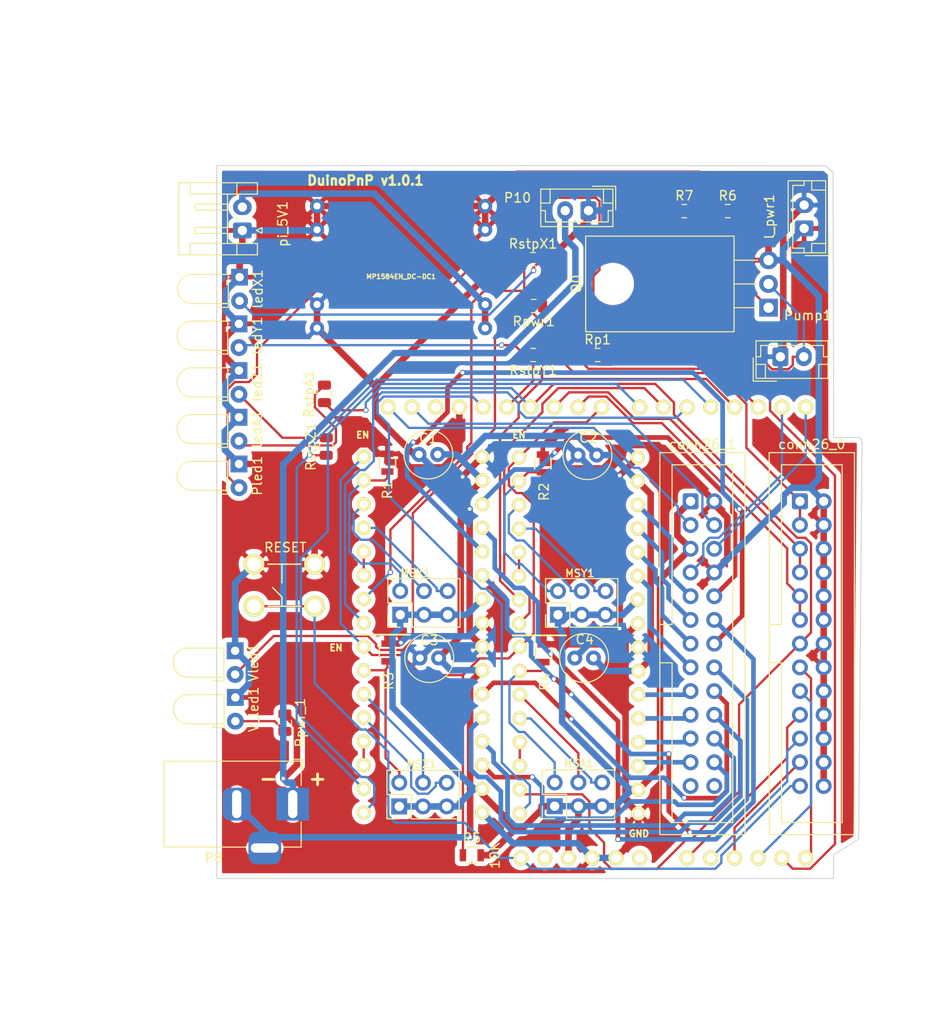
<source format=kicad_pcb>
(kicad_pcb (version 20171130) (host pcbnew 5.1.6-c6e7f7d~87~ubuntu20.04.1)
  (layers (0 F.Cu signal) (31 B.Cu signal) (34 B.Paste user) (35 F.Paste user) (36 B.SilkS user) (37 F.SilkS user) (38 B.Mask user) (39 F.Mask user) (44 Edge.Cuts user))
  (net 0 "")
  (net 1 RESET)
  (net 2 "Net-(U2-Pad5)")
  (net 3 "Net-(U3-Pad5)")
  (net 4 "Net-(U4-Pad5)")
  (net 5 "Net-(U5-Pad5)")
  (net 6 +5V)
  (net 7 GND)
  (net 8 EN)
  (net 9 XSTEP)
  (net 10 XDIR)
  (net 11 VIN)
  (net 12 YSTEP)
  (net 13 YDIR)
  (net 14 ZSTEP)
  (net 15 ZDIR)
  (net 16 ZLIMIT)
  (net 17 YLIMIT)
  (net 18 XLIMIT)
  (net 19 +3V3)
  (net 20 GNDA)
  (net 21 "Net-(U1-Pad23)")
  (net 22 "Net-(U1-Pad16)")
  (net 23 VIN_)
  (net 24 _SCL_)
  (net 25 _SDA_)
  (net 26 DC)
  (net 27 res)
  (net 28 /G)
  (net 29 B_led)
  (net 30 O_led)
  (net 31 O_sig)
  (net 32 5V_pi)
  (net 33 y2B)
  (net 34 x2B)
  (net 35 y2A)
  (net 36 x2A)
  (net 37 y1A)
  (net 38 x1A)
  (net 39 y1B)
  (net 40 x1B)
  (net 41 a2B)
  (net 42 z2B)
  (net 43 a2A)
  (net 44 z2A)
  (net 45 a1A)
  (net 46 z1A)
  (net 47 a1B)
  (net 48 z1B)
  (net 49 "Net-(conn26_1-Pad25)")
  (net 50 "Net-(conn26_1-Pad26)")
  (net 51 "Net-(MSA1-Pad2)")
  (net 52 "Net-(MSA1-Pad4)")
  (net 53 "Net-(MSA1-Pad6)")
  (net 54 "Net-(MSX1-Pad6)")
  (net 55 "Net-(MSX1-Pad4)")
  (net 56 "Net-(MSX1-Pad2)")
  (net 57 "Net-(MSY1-Pad2)")
  (net 58 "Net-(MSY1-Pad4)")
  (net 59 "Net-(MSY1-Pad6)")
  (net 60 "Net-(MSZ1-Pad6)")
  (net 61 "Net-(MSZ1-Pad4)")
  (net 62 "Net-(MSZ1-Pad2)")
  (net 63 B_sig)
  (net 64 pump_ctrl)
  (net 65 up_light)
  (net 66 D)
  (net 67 "Net-(RstpX1-Pad2)")
  (net 68 "Net-(RstpY1-Pad2)")
  (net 69 "Net-(RstpZ1-Pad2)")
  (net 70 "Net-(Pled1-Pad2)")
  (net 71 "Net-(Rpwr1-Pad2)")
  (net 72 "Net-(Rpwr_1-Pad2)")
  (net 73 ASTEP)
  (net 74 "Net-(RstpA1-Pad2)")
  (net 75 ADIR)
  (module Connector_IDC:IDC-Header_2x13_P2.54mm_Vertical (layer F.Cu) (at 176.743 79)
    (fp_text reference conn26_0 (at 1.27 -6.1) (layer F.SilkS))
    (fp_text value 0)
    (pad 26 thru_hole circle (at 2.54 30.48) (size 1.7 1.7) (drill 1) (layers *.Cu *.Mask) (net 7 GND))
    (pad 24 thru_hole circle (at 2.54 27.94) (size 1.7 1.7) (drill 1) (layers *.Cu *.Mask) (net 7 GND))
    (pad 22 thru_hole circle (at 2.54 25.4) (size 1.7 1.7) (drill 1) (layers *.Cu *.Mask) (net 7 GND))
    (pad 20 thru_hole circle (at 2.54 22.86) (size 1.7 1.7) (drill 1) (layers *.Cu *.Mask) (net 7 GND))
    (pad 18 thru_hole circle (at 2.54 20.32) (size 1.7 1.7) (drill 1) (layers *.Cu *.Mask) (net 7 GND))
    (pad 16 thru_hole circle (at 2.54 17.78) (size 1.7 1.7) (drill 1) (layers *.Cu *.Mask) (net 7 GND))
    (pad 14 thru_hole circle (at 2.54 15.24) (size 1.7 1.7) (drill 1) (layers *.Cu *.Mask) (net 7 GND))
    (pad 12 thru_hole circle (at 2.54 12.7) (size 1.7 1.7) (drill 1) (layers *.Cu *.Mask) (net 7 GND))
    (pad 10 thru_hole circle (at 2.54 10.16) (size 1.7 1.7) (drill 1) (layers *.Cu *.Mask) (net 7 GND))
    (pad 8 thru_hole circle (at 2.54 7.62) (size 1.7 1.7) (drill 1) (layers *.Cu *.Mask) (net 7 GND))
    (pad 6 thru_hole circle (at 2.54 5.08) (size 1.7 1.7) (drill 1) (layers *.Cu *.Mask) (net 7 GND))
    (pad 4 thru_hole circle (at 2.54 2.54) (size 1.7 1.7) (drill 1) (layers *.Cu *.Mask) (net 7 GND))
    (pad 2 thru_hole circle (at 2.54 0) (size 1.7 1.7) (drill 1) (layers *.Cu *.Mask) (net 7 GND))
    (pad 25 thru_hole circle (at 0 30.48) (size 1.7 1.7) (drill 1) (layers *.Cu *.Mask) (net 1 RESET))
    (pad 23 thru_hole circle (at 0 27.94) (size 1.7 1.7) (drill 1) (layers *.Cu *.Mask) (net 29 B_led))
    (pad 21 thru_hole circle (at 0 25.4) (size 1.7 1.7) (drill 1) (layers *.Cu *.Mask) (net 31 O_sig))
    (pad 19 thru_hole circle (at 0 22.86) (size 1.7 1.7) (drill 1) (layers *.Cu *.Mask) (net 30 O_led))
    (pad 17 thru_hole circle (at 0 20.32) (size 1.7 1.7) (drill 1) (layers *.Cu *.Mask) (net 65 up_light))
    (pad 15 thru_hole circle (at 0 17.78) (size 1.7 1.7) (drill 1) (layers *.Cu *.Mask) (net 63 B_sig))
    (pad 13 thru_hole circle (at 0 15.24) (size 1.7 1.7) (drill 1) (layers *.Cu *.Mask) (net 73 ASTEP))
    (pad 11 thru_hole circle (at 0 12.7) (size 1.7 1.7) (drill 1) (layers *.Cu *.Mask) (net 18 XLIMIT))
    (pad 9 thru_hole circle (at 0 10.16) (size 1.7 1.7) (drill 1) (layers *.Cu *.Mask) (net 18 XLIMIT))
    (pad 7 thru_hole circle (at 0 7.62) (size 1.7 1.7) (drill 1) (layers *.Cu *.Mask) (net 17 YLIMIT))
    (pad 5 thru_hole circle (at 0 5.08) (size 1.7 1.7) (drill 1) (layers *.Cu *.Mask) (net 17 YLIMIT))
    (pad 3 thru_hole circle (at 0 2.54) (size 1.7 1.7) (drill 1) (layers *.Cu *.Mask) (net 16 ZLIMIT))
    (pad 1 thru_hole roundrect (at 0 0) (size 1.7 1.7) (drill 1) (layers *.Cu *.Mask) (roundrect_rratio 0.147059) (net 16 ZLIMIT))
  )
  (module Connector_IDC:IDC-Header_2x13_P2.54mm_Vertical (layer F.Cu) (at 165.03 79)
    (fp_text reference conn26_1 (at 1.27 -6.1) (layer F.SilkS))
    (fp_text value 1)
    (pad 1 thru_hole roundrect (at 0 0) (size 1.7 1.7) (drill 1) (layers *.Cu *.Mask) (roundrect_rratio 0.147059) (net 6 +5V))
    (pad 3 thru_hole circle (at 0 2.54) (size 1.7 1.7) (drill 1) (layers *.Cu *.Mask) (net 24 _SCL_))
    (pad 5 thru_hole circle (at 0 5.08) (size 1.7 1.7) (drill 1) (layers *.Cu *.Mask) (net 6 +5V))
    (pad 7 thru_hole circle (at 0 7.62) (size 1.7 1.7) (drill 1) (layers *.Cu *.Mask) (net 27 res))
    (pad 9 thru_hole circle (at 0 10.16) (size 1.7 1.7) (drill 1) (layers *.Cu *.Mask) (net 33 y2B))
    (pad 11 thru_hole circle (at 0 12.7) (size 1.7 1.7) (drill 1) (layers *.Cu *.Mask) (net 35 y2A))
    (pad 13 thru_hole circle (at 0 15.24) (size 1.7 1.7) (drill 1) (layers *.Cu *.Mask) (net 37 y1A))
    (pad 15 thru_hole circle (at 0 17.78) (size 1.7 1.7) (drill 1) (layers *.Cu *.Mask) (net 39 y1B))
    (pad 17 thru_hole circle (at 0 20.32) (size 1.7 1.7) (drill 1) (layers *.Cu *.Mask) (net 41 a2B))
    (pad 19 thru_hole circle (at 0 22.86) (size 1.7 1.7) (drill 1) (layers *.Cu *.Mask) (net 43 a2A))
    (pad 21 thru_hole circle (at 0 25.4) (size 1.7 1.7) (drill 1) (layers *.Cu *.Mask) (net 45 a1A))
    (pad 23 thru_hole circle (at 0 27.94) (size 1.7 1.7) (drill 1) (layers *.Cu *.Mask) (net 47 a1B))
    (pad 25 thru_hole circle (at 0 30.48) (size 1.7 1.7) (drill 1) (layers *.Cu *.Mask) (net 49 "Net-(conn26_1-Pad25)"))
    (pad 2 thru_hole circle (at 2.54 0) (size 1.7 1.7) (drill 1) (layers *.Cu *.Mask) (net 7 GND))
    (pad 4 thru_hole circle (at 2.54 2.54) (size 1.7 1.7) (drill 1) (layers *.Cu *.Mask) (net 25 _SDA_))
    (pad 6 thru_hole circle (at 2.54 5.08) (size 1.7 1.7) (drill 1) (layers *.Cu *.Mask) (net 26 DC))
    (pad 8 thru_hole circle (at 2.54 7.62) (size 1.7 1.7) (drill 1) (layers *.Cu *.Mask) (net 7 GND))
    (pad 10 thru_hole circle (at 2.54 10.16) (size 1.7 1.7) (drill 1) (layers *.Cu *.Mask) (net 34 x2B))
    (pad 12 thru_hole circle (at 2.54 12.7) (size 1.7 1.7) (drill 1) (layers *.Cu *.Mask) (net 36 x2A))
    (pad 14 thru_hole circle (at 2.54 15.24) (size 1.7 1.7) (drill 1) (layers *.Cu *.Mask) (net 38 x1A))
    (pad 16 thru_hole circle (at 2.54 17.78) (size 1.7 1.7) (drill 1) (layers *.Cu *.Mask) (net 40 x1B))
    (pad 18 thru_hole circle (at 2.54 20.32) (size 1.7 1.7) (drill 1) (layers *.Cu *.Mask) (net 42 z2B))
    (pad 20 thru_hole circle (at 2.54 22.86) (size 1.7 1.7) (drill 1) (layers *.Cu *.Mask) (net 44 z2A))
    (pad 22 thru_hole circle (at 2.54 25.4) (size 1.7 1.7) (drill 1) (layers *.Cu *.Mask) (net 46 z1A))
    (pad 24 thru_hole circle (at 2.54 27.94) (size 1.7 1.7) (drill 1) (layers *.Cu *.Mask) (net 48 z1B))
    (pad 26 thru_hole circle (at 2.54 30.48) (size 1.7 1.7) (drill 1) (layers *.Cu *.Mask) (net 50 "Net-(conn26_1-Pad26)"))
  )
  (module Package_TO_SOT_THT:TO-220-3_Horizontal_TabDown (layer F.Cu) (at 173.38 58.2676 90)
    (fp_text reference Q0 (at 2.54 -20.58 90) (layer F.SilkS))
    (fp_text value IRF630)
    (pad "" np_thru_hole oval (at 2.54 -16.66 90) (size 3.5 3.5) (drill 3.5) (layers *.Cu *.Mask))
    (pad 2 thru_hole rect (at 0 0 90) (size 1.905 2) (drill 1.1) (layers *.Cu *.Mask) (net 28 /G))
    (pad 1 thru_hole oval (at 2.54 0 90) (size 1.905 2) (drill 1.1) (layers *.Cu *.Mask) (net 66 D))
    (pad 3 thru_hole oval (at 5.08 0 90) (size 1.905 2) (drill 1.1) (layers *.Cu *.Mask) (net 7 GND))
  )
  (module Connector_JST:JST_EH_S2B-EH_1x02_P2.50mm_Horizontal (layer F.Cu) (at 117.04 50 90)
    (fp_text reference pi_5V1 (at 0.69088 4.3212 90) (layer F.SilkS))
    (fp_text value Conn_01x02)
    (pad 1 thru_hole roundrect (at 0 0 90) (size 1.7 2) (drill 1) (layers *.Cu *.Mask) (roundrect_rratio 0.147059) (net 7 GND))
    (pad 2 thru_hole oval (at 2.5 0 90) (size 1.7 2) (drill 1) (layers *.Cu *.Mask) (net 32 5V_pi))
  )
  (module footprints:ARDUINO_SHIELD (layer F.Cu) (at 113.858 119.72)
    (fp_text reference U1 hide)
    (fp_text value "ARDUINO_UNO_SHIELD/hi five revb" hide)
    (pad 17 thru_hole circle (at 63.5 -2.54 90) (size 1.61 1.61) (drill 1) (layers *.Cu *.Mask F.SilkS) (net 63 B_sig))
    (pad 18 thru_hole circle (at 60.96 -2.54 90) (size 1.61 1.61) (drill 1) (layers *.Cu *.Mask F.SilkS) (net 64 pump_ctrl))
    (pad 19 thru_hole circle (at 58.42 -2.54 90) (size 1.61 1.61) (drill 1) (layers *.Cu *.Mask F.SilkS) (net 65 up_light))
    (pad 22 thru_hole circle (at 50.8 -2.54 90) (size 1.61 1.61) (drill 1) (layers *.Cu *.Mask F.SilkS) (net 30 O_led))
    (pad 21 thru_hole circle (at 53.34 -2.54 90) (size 1.61 1.61) (drill 1) (layers *.Cu *.Mask F.SilkS) (net 31 O_sig))
    (pad 20 thru_hole circle (at 55.88 -2.54 90) (size 1.61 1.61) (drill 1) (layers *.Cu *.Mask F.SilkS) (net 29 B_led))
    (pad 23 thru_hole circle (at 45.72 -2.54 90) (size 1.61 1.61) (drill 1) (layers *.Cu *.Mask F.SilkS) (net 21 "Net-(U1-Pad23)"))
    (pad 24 thru_hole circle (at 43.18 -2.54 90) (size 1.61 1.61) (drill 1) (layers *.Cu *.Mask F.SilkS) (net 7 GND))
    (pad 25 thru_hole circle (at 40.64 -2.54 90) (size 1.61 1.61) (drill 1) (layers *.Cu *.Mask F.SilkS) (net 7 GND))
    (pad 27 thru_hole circle (at 35.56 -2.54 90) (size 1.61 1.61) (drill 1) (layers *.Cu *.Mask F.SilkS) (net 19 +3V3))
    (pad 28 thru_hole circle (at 33.02 -2.54 90) (size 1.61 1.61) (drill 1) (layers *.Cu *.Mask F.SilkS) (net 1 RESET))
    (pad 1 thru_hole circle (at 63.5 -50.8 90) (size 1.61 1.61) (drill 1) (layers *.Cu *.Mask F.SilkS) (net 26 DC))
    (pad 2 thru_hole circle (at 60.96 -50.8 90) (size 1.61 1.61) (drill 1) (layers *.Cu *.Mask F.SilkS) (net 27 res))
    (pad 3 thru_hole circle (at 58.42 -50.8 90) (size 1.61 1.61) (drill 1) (layers *.Cu *.Mask F.SilkS) (net 9 XSTEP))
    (pad 4 thru_hole circle (at 55.88 -50.8 90) (size 1.61 1.61) (drill 1) (layers *.Cu *.Mask F.SilkS) (net 12 YSTEP))
    (pad 5 thru_hole circle (at 53.34 -50.8 90) (size 1.61 1.61) (drill 1) (layers *.Cu *.Mask F.SilkS) (net 14 ZSTEP))
    (pad 6 thru_hole circle (at 50.8 -50.8 90) (size 1.61 1.61) (drill 1) (layers *.Cu *.Mask F.SilkS) (net 10 XDIR))
    (pad 7 thru_hole circle (at 48.26 -50.8 90) (size 1.61 1.61) (drill 1) (layers *.Cu *.Mask F.SilkS) (net 13 YDIR))
    (pad 8 thru_hole circle (at 45.72 -50.8 90) (size 1.61 1.61) (drill 1) (layers *.Cu *.Mask F.SilkS) (net 15 ZDIR))
    (pad 9 thru_hole circle (at 41.656 -50.8 90) (size 1.61 1.61) (drill 1) (layers *.Cu *.Mask F.SilkS) (net 8 EN))
    (pad 10 thru_hole circle (at 39.116 -50.8 90) (size 1.61 1.61) (drill 1) (layers *.Cu *.Mask F.SilkS) (net 18 XLIMIT))
    (pad 11 thru_hole circle (at 36.576 -50.8 90) (size 1.61 1.61) (drill 1) (layers *.Cu *.Mask F.SilkS) (net 17 YLIMIT))
    (pad 12 thru_hole circle (at 34.036 -50.8 90) (size 1.61 1.61) (drill 1) (layers *.Cu *.Mask F.SilkS) (net 73 ASTEP))
    (pad 13 thru_hole circle (at 31.496 -50.8 90) (size 1.61 1.61) (drill 1) (layers *.Cu *.Mask F.SilkS) (net 16 ZLIMIT))
    (pad 14 thru_hole circle (at 28.956 -50.8 90) (size 1.61 1.61) (drill 1) (layers *.Cu *.Mask F.SilkS) (net 75 ADIR))
    (pad 15 thru_hole circle (at 26.416 -50.8 90) (size 1.61 1.61) (drill 1) (layers *.Cu *.Mask F.SilkS) (net 7 GND))
    (pad 16 thru_hole circle (at 23.876 -50.8 90) (size 1.61 1.61) (drill 1) (layers *.Cu *.Mask F.SilkS) (net 22 "Net-(U1-Pad16)"))
    (pad 26 thru_hole circle (at 38.1 -2.54 90) (size 1.61 1.61) (drill 1) (layers *.Cu *.Mask F.SilkS) (net 6 +5V))
    (pad 29 thru_hole circle (at 21.336 -50.8 90) (size 1.61 1.61) (drill 1) (layers *.Cu *.Mask F.SilkS) (net 25 _SDA_))
    (pad 30 thru_hole circle (at 18.796 -50.8 90) (size 1.61 1.61) (drill 1) (layers *.Cu *.Mask F.SilkS) (net 24 _SCL_))
  )
  (module footprints:SWITCH_TACTILE_6.5_PTH (layer F.Cu) (at 118.273 90.231)
    (fp_text reference SW1 hide)
    (fp_text value RESET (at 3.3655 -6.2865 180) (layer F.SilkS))
    (pad 3 thru_hole circle (at 0 0) (size 2.25 2.25) (drill 1.5) (layers *.Cu *.Mask F.SilkS) (net 1 RESET))
    (pad 4 thru_hole circle (at 6.5 0) (size 2.25 2.25) (drill 1.5) (layers *.Cu *.Mask F.SilkS) (net 1 RESET))
    (pad 1 thru_hole circle (at 0 -4.5) (size 2.25 2.25) (drill 1.5) (layers *.Cu *.Mask F.SilkS) (net 7 GND))
    (pad 2 thru_hole circle (at 6.5 -4.5) (size 2.25 2.25) (drill 1.5) (layers *.Cu *.Mask F.SilkS) (net 7 GND))
  )
  (module footprints:POLOLU_STEPPER_DRIVER (layer F.Cu) (at 130.033 74.229 270)
    (fp_text reference U2 hide)
    (fp_text value X hide)
    (pad 1 thru_hole circle (at 0 0 270) (size 1.51 1.51) (drill 0.9) (layers *.Cu *.Mask F.SilkS) (net 8 EN))
    (pad 2 thru_hole circle (at 2.54 0 270) (size 1.51 1.51) (drill 0.9) (layers *.Cu *.Mask F.SilkS) (net 56 "Net-(MSX1-Pad2)"))
    (pad 3 thru_hole circle (at 5.08 0 270) (size 1.51 1.51) (drill 0.9) (layers *.Cu *.Mask F.SilkS) (net 55 "Net-(MSX1-Pad4)"))
    (pad 4 thru_hole circle (at 7.62 0 270) (size 1.51 1.51) (drill 0.9) (layers *.Cu *.Mask F.SilkS) (net 54 "Net-(MSX1-Pad6)"))
    (pad 5 thru_hole circle (at 10.16 0 270) (size 1.51 1.51) (drill 0.9) (layers *.Cu *.Mask F.SilkS) (net 2 "Net-(U2-Pad5)"))
    (pad 6 thru_hole circle (at 12.7 0 270) (size 1.51 1.51) (drill 0.9) (layers *.Cu *.Mask F.SilkS) (net 2 "Net-(U2-Pad5)"))
    (pad 7 thru_hole circle (at 15.24 0 270) (size 1.51 1.51) (drill 0.9) (layers *.Cu *.Mask F.SilkS) (net 9 XSTEP))
    (pad 8 thru_hole circle (at 17.78 0 270) (size 1.51 1.51) (drill 0.9) (layers *.Cu *.Mask F.SilkS) (net 10 XDIR))
    (pad 9 thru_hole circle (at 17.78 -12.7 270) (size 1.51 1.51) (drill 0.9) (layers *.Cu *.Mask F.SilkS) (net 7 GND))
    (pad 10 thru_hole circle (at 15.24 -12.7 270) (size 1.51 1.51) (drill 0.9) (layers *.Cu *.Mask F.SilkS) (net 6 +5V))
    (pad 11 thru_hole circle (at 12.7 -12.7 270) (size 1.51 1.51) (drill 0.9) (layers *.Cu *.Mask F.SilkS) (net 40 x1B))
    (pad 12 thru_hole circle (at 10.16 -12.7 270) (size 1.51 1.51) (drill 0.9) (layers *.Cu *.Mask F.SilkS) (net 38 x1A))
    (pad 13 thru_hole circle (at 7.62 -12.7 270) (size 1.51 1.51) (drill 0.9) (layers *.Cu *.Mask F.SilkS) (net 36 x2A))
    (pad 14 thru_hole circle (at 5.08 -12.7 270) (size 1.51 1.51) (drill 0.9) (layers *.Cu *.Mask F.SilkS) (net 34 x2B))
    (pad 15 thru_hole circle (at 2.54 -12.7 270) (size 1.51 1.51) (drill 0.9) (layers *.Cu *.Mask F.SilkS) (net 20 GNDA))
    (pad 16 thru_hole circle (at 0 -12.7 270) (size 1.51 1.51) (drill 0.9) (layers *.Cu *.Mask F.SilkS) (net 11 VIN))
  )
  (module footprints:POLOLU_STEPPER_DRIVER (layer F.Cu) (at 130.033 94.549 270)
    (fp_text reference U4 hide)
    (fp_text value Z hide)
    (pad 1 thru_hole circle (at 0 0 270) (size 1.51 1.51) (drill 0.9) (layers *.Cu *.Mask F.SilkS) (net 8 EN))
    (pad 2 thru_hole circle (at 2.54 0 270) (size 1.51 1.51) (drill 0.9) (layers *.Cu *.Mask F.SilkS) (net 62 "Net-(MSZ1-Pad2)"))
    (pad 3 thru_hole circle (at 5.08 0 270) (size 1.51 1.51) (drill 0.9) (layers *.Cu *.Mask F.SilkS) (net 61 "Net-(MSZ1-Pad4)"))
    (pad 4 thru_hole circle (at 7.62 0 270) (size 1.51 1.51) (drill 0.9) (layers *.Cu *.Mask F.SilkS) (net 60 "Net-(MSZ1-Pad6)"))
    (pad 5 thru_hole circle (at 10.16 0 270) (size 1.51 1.51) (drill 0.9) (layers *.Cu *.Mask F.SilkS) (net 4 "Net-(U4-Pad5)"))
    (pad 6 thru_hole circle (at 12.7 0 270) (size 1.51 1.51) (drill 0.9) (layers *.Cu *.Mask F.SilkS) (net 4 "Net-(U4-Pad5)"))
    (pad 7 thru_hole circle (at 15.24 0 270) (size 1.51 1.51) (drill 0.9) (layers *.Cu *.Mask F.SilkS) (net 14 ZSTEP))
    (pad 8 thru_hole circle (at 17.78 0 270) (size 1.51 1.51) (drill 0.9) (layers *.Cu *.Mask F.SilkS) (net 15 ZDIR))
    (pad 9 thru_hole circle (at 17.78 -12.7 270) (size 1.51 1.51) (drill 0.9) (layers *.Cu *.Mask F.SilkS) (net 7 GND))
    (pad 10 thru_hole circle (at 15.24 -12.7 270) (size 1.51 1.51) (drill 0.9) (layers *.Cu *.Mask F.SilkS) (net 6 +5V))
    (pad 11 thru_hole circle (at 12.7 -12.7 270) (size 1.51 1.51) (drill 0.9) (layers *.Cu *.Mask F.SilkS) (net 48 z1B))
    (pad 12 thru_hole circle (at 10.16 -12.7 270) (size 1.51 1.51) (drill 0.9) (layers *.Cu *.Mask F.SilkS) (net 46 z1A))
    (pad 13 thru_hole circle (at 7.62 -12.7 270) (size 1.51 1.51) (drill 0.9) (layers *.Cu *.Mask F.SilkS) (net 44 z2A))
    (pad 14 thru_hole circle (at 5.08 -12.7 270) (size 1.51 1.51) (drill 0.9) (layers *.Cu *.Mask F.SilkS) (net 42 z2B))
    (pad 15 thru_hole circle (at 2.54 -12.7 270) (size 1.51 1.51) (drill 0.9) (layers *.Cu *.Mask F.SilkS) (net 20 GNDA))
    (pad 16 thru_hole circle (at 0 -12.7 270) (size 1.51 1.51) (drill 0.9) (layers *.Cu *.Mask F.SilkS) (net 11 VIN))
  )
  (module footprints:POLOLU_STEPPER_DRIVER (layer F.Cu) (at 146.746 94.6252 270)
    (fp_text reference U5 hide)
    (fp_text value A hide)
    (pad 1 thru_hole circle (at 0 0 270) (size 1.51 1.51) (drill 0.9) (layers *.Cu *.Mask F.SilkS) (net 8 EN))
    (pad 2 thru_hole circle (at 2.54 0 270) (size 1.51 1.51) (drill 0.9) (layers *.Cu *.Mask F.SilkS) (net 51 "Net-(MSA1-Pad2)"))
    (pad 3 thru_hole circle (at 5.08 0 270) (size 1.51 1.51) (drill 0.9) (layers *.Cu *.Mask F.SilkS) (net 52 "Net-(MSA1-Pad4)"))
    (pad 4 thru_hole circle (at 7.62 0 270) (size 1.51 1.51) (drill 0.9) (layers *.Cu *.Mask F.SilkS) (net 53 "Net-(MSA1-Pad6)"))
    (pad 5 thru_hole circle (at 10.16 0 270) (size 1.51 1.51) (drill 0.9) (layers *.Cu *.Mask F.SilkS) (net 5 "Net-(U5-Pad5)"))
    (pad 6 thru_hole circle (at 12.7 0 270) (size 1.51 1.51) (drill 0.9) (layers *.Cu *.Mask F.SilkS) (net 5 "Net-(U5-Pad5)"))
    (pad 7 thru_hole circle (at 15.24 0 270) (size 1.51 1.51) (drill 0.9) (layers *.Cu *.Mask F.SilkS) (net 73 ASTEP))
    (pad 8 thru_hole circle (at 17.78 0 270) (size 1.51 1.51) (drill 0.9) (layers *.Cu *.Mask F.SilkS) (net 75 ADIR))
    (pad 9 thru_hole circle (at 17.78 -12.7 270) (size 1.51 1.51) (drill 0.9) (layers *.Cu *.Mask F.SilkS) (net 7 GND))
    (pad 10 thru_hole circle (at 15.24 -12.7 270) (size 1.51 1.51) (drill 0.9) (layers *.Cu *.Mask F.SilkS) (net 6 +5V))
    (pad 11 thru_hole circle (at 12.7 -12.7 270) (size 1.51 1.51) (drill 0.9) (layers *.Cu *.Mask F.SilkS) (net 47 a1B))
    (pad 12 thru_hole circle (at 10.16 -12.7 270) (size 1.51 1.51) (drill 0.9) (layers *.Cu *.Mask F.SilkS) (net 45 a1A))
    (pad 13 thru_hole circle (at 7.62 -12.7 270) (size 1.51 1.51) (drill 0.9) (layers *.Cu *.Mask F.SilkS) (net 43 a2A))
    (pad 14 thru_hole circle (at 5.08 -12.7 270) (size 1.51 1.51) (drill 0.9) (layers *.Cu *.Mask F.SilkS) (net 41 a2B))
    (pad 15 thru_hole circle (at 2.54 -12.7 270) (size 1.51 1.51) (drill 0.9) (layers *.Cu *.Mask F.SilkS) (net 20 GNDA))
    (pad 16 thru_hole circle (at 0 -12.7 270) (size 1.51 1.51) (drill 0.9) (layers *.Cu *.Mask F.SilkS) (net 11 VIN))
  )
  (module footprints:POLOLU_STEPPER_DRIVER (layer F.Cu) (at 146.67 74.3052 270)
    (fp_text reference U3 hide)
    (fp_text value Y hide)
    (pad 1 thru_hole circle (at 0 0 270) (size 1.51 1.51) (drill 0.9) (layers *.Cu *.Mask F.SilkS) (net 8 EN))
    (pad 2 thru_hole circle (at 2.54 0 270) (size 1.51 1.51) (drill 0.9) (layers *.Cu *.Mask F.SilkS) (net 57 "Net-(MSY1-Pad2)"))
    (pad 3 thru_hole circle (at 5.08 0 270) (size 1.51 1.51) (drill 0.9) (layers *.Cu *.Mask F.SilkS) (net 58 "Net-(MSY1-Pad4)"))
    (pad 4 thru_hole circle (at 7.62 0 270) (size 1.51 1.51) (drill 0.9) (layers *.Cu *.Mask F.SilkS) (net 59 "Net-(MSY1-Pad6)"))
    (pad 5 thru_hole circle (at 10.16 0 270) (size 1.51 1.51) (drill 0.9) (layers *.Cu *.Mask F.SilkS) (net 3 "Net-(U3-Pad5)"))
    (pad 6 thru_hole circle (at 12.7 0 270) (size 1.51 1.51) (drill 0.9) (layers *.Cu *.Mask F.SilkS) (net 3 "Net-(U3-Pad5)"))
    (pad 7 thru_hole circle (at 15.24 0 270) (size 1.51 1.51) (drill 0.9) (layers *.Cu *.Mask F.SilkS) (net 12 YSTEP))
    (pad 8 thru_hole circle (at 17.78 0 270) (size 1.51 1.51) (drill 0.9) (layers *.Cu *.Mask F.SilkS) (net 13 YDIR))
    (pad 9 thru_hole circle (at 17.78 -12.7 270) (size 1.51 1.51) (drill 0.9) (layers *.Cu *.Mask F.SilkS) (net 7 GND))
    (pad 10 thru_hole circle (at 15.24 -12.7 270) (size 1.51 1.51) (drill 0.9) (layers *.Cu *.Mask F.SilkS) (net 6 +5V))
    (pad 11 thru_hole circle (at 12.7 -12.7 270) (size 1.51 1.51) (drill 0.9) (layers *.Cu *.Mask F.SilkS) (net 39 y1B))
    (pad 12 thru_hole circle (at 10.16 -12.7 270) (size 1.51 1.51) (drill 0.9) (layers *.Cu *.Mask F.SilkS) (net 37 y1A))
    (pad 13 thru_hole circle (at 7.62 -12.7 270) (size 1.51 1.51) (drill 0.9) (layers *.Cu *.Mask F.SilkS) (net 35 y2A))
    (pad 14 thru_hole circle (at 5.08 -12.7 270) (size 1.51 1.51) (drill 0.9) (layers *.Cu *.Mask F.SilkS) (net 33 y2B))
    (pad 15 thru_hole circle (at 2.54 -12.7 270) (size 1.51 1.51) (drill 0.9) (layers *.Cu *.Mask F.SilkS) (net 20 GNDA))
    (pad 16 thru_hole circle (at 0 -12.7 270) (size 1.51 1.51) (drill 0.9) (layers *.Cu *.Mask F.SilkS) (net 11 VIN))
  )
  (module Resistors_SMD:R_0805 (layer F.Cu) (at 132.573 74.864 90)
    (fp_text reference R1 (at -2.921 0 90) (layer F.SilkS))
    (fp_text value 100K hide)
    (pad 1 smd rect (at -0.95 0 90) (size 0.7 1.3) (layers F.Cu F.Paste F.Mask) (net 56 "Net-(MSX1-Pad2)"))
    (pad 2 smd rect (at 0.95 0 90) (size 0.7 1.3) (layers F.Cu F.Paste F.Mask) (net 7 GND))
  )
  (module Resistors_SMD:R_0805 (layer F.Cu) (at 149.21 74.9402 90)
    (fp_text reference R2 (at -3.048 0.127 90) (layer F.SilkS))
    (fp_text value 100K hide)
    (pad 1 smd rect (at -0.95 0 90) (size 0.7 1.3) (layers F.Cu F.Paste F.Mask) (net 57 "Net-(MSY1-Pad2)"))
    (pad 2 smd rect (at 0.95 0 90) (size 0.7 1.3) (layers F.Cu F.Paste F.Mask) (net 7 GND))
  )
  (module Resistors_SMD:R_0805 (layer F.Cu) (at 132.573 95.184 90)
    (fp_text reference R3 (at -3.048 0.127 90) (layer F.SilkS))
    (fp_text value 100K hide)
    (pad 1 smd rect (at -0.95 0 90) (size 0.7 1.3) (layers F.Cu F.Paste F.Mask) (net 62 "Net-(MSZ1-Pad2)"))
    (pad 2 smd rect (at 0.95 0 90) (size 0.7 1.3) (layers F.Cu F.Paste F.Mask) (net 7 GND))
  )
  (module Resistors_SMD:R_0805 (layer F.Cu) (at 149.286 95.2602 90)
    (fp_text reference R4 (at -3.048 0.127 90) (layer F.SilkS))
    (fp_text value 100K hide)
    (pad 1 smd rect (at -0.95 0 90) (size 0.7 1.3) (layers F.Cu F.Paste F.Mask) (net 51 "Net-(MSA1-Pad2)"))
    (pad 2 smd rect (at 0.95 0 90) (size 0.7 1.3) (layers F.Cu F.Paste F.Mask) (net 7 GND))
  )
  (module Resistors_SMD:R_0805 (layer F.Cu) (at 141.605 116.891 180)
    (fp_text reference R5 (at 0 1.8415) (layer F.SilkS))
    (fp_text value 10K (at -2.4765 0 270) (layer F.SilkS))
    (pad 1 smd rect (at -0.95 0 180) (size 0.7 1.3) (layers F.Cu F.Paste F.Mask) (net 6 +5V))
    (pad 2 smd rect (at 0.95 0 180) (size 0.7 1.3) (layers F.Cu F.Paste F.Mask) (net 8 EN))
  )
  (module Connector_BarrelJack:BarrelJack_Horizontal (layer F.Cu) (at 122.438 111.42)
    (fp_text reference P8 (at -8.45 5.75) (layer F.SilkS))
    (fp_text value 12V-36V)
    (pad 1 thru_hole rect (at 0 0) (size 3.5 3.5) (drill oval 1 3) (layers *.Mask B.Cu) (net 23 VIN_))
    (pad 2 thru_hole roundrect (at -6 0) (size 3 3.5) (drill oval 1 3) (layers *.Mask B.Cu) (net 20 GNDA))
    (pad 3 thru_hole roundrect (at -3 4.7) (size 3.5 3.5) (drill oval 3 1) (layers *.Mask B.Cu) (net 20 GNDA))
  )
  (module Capacitor_THT:C_Radial_D5.0mm_H11.0mm_P2.00mm (layer F.Cu) (at 135.956 73.9801)
    (fp_text reference C1 (at 0.99088 -1.71706) (layer F.SilkS))
    (fp_text value 100uF)
    (pad 1 thru_hole circle (at 0 0) (size 1.6 1.6) (drill 0.8) (layers *.Cu *.Mask) (net 11 VIN))
    (pad 2 thru_hole circle (at 2 0) (size 1.6 1.6) (drill 0.8) (layers *.Cu *.Mask) (net 20 GNDA))
  )
  (module Capacitor_THT:C_Radial_D5.0mm_H11.0mm_P2.00mm (layer F.Cu) (at 152.989 74.0512)
    (fp_text reference C2 (at 1.09232 -1.83388) (layer F.SilkS))
    (fp_text value 100uF)
    (pad 2 thru_hole circle (at 2 0) (size 1.6 1.6) (drill 0.8) (layers *.Cu *.Mask) (net 20 GNDA))
    (pad 1 thru_hole circle (at 0 0) (size 1.6 1.6) (drill 0.8) (layers *.Cu *.Mask) (net 11 VIN))
  )
  (module Capacitor_THT:C_Radial_D5.0mm_H11.0mm_P2.00mm (layer F.Cu) (at 136.052 95.7784)
    (fp_text reference C3 (at 1.02696 -1.8898) (layer F.SilkS))
    (fp_text value 100uF)
    (pad 1 thru_hole circle (at 0 0) (size 1.6 1.6) (drill 0.8) (layers *.Cu *.Mask) (net 11 VIN))
    (pad 2 thru_hole circle (at 2 0) (size 1.6 1.6) (drill 0.8) (layers *.Cu *.Mask) (net 20 GNDA))
  )
  (module Capacitor_THT:C_Radial_D5.0mm_H11.0mm_P2.00mm (layer F.Cu) (at 152.633 95.7784)
    (fp_text reference C4 (at 1.06224 -1.97616) (layer F.SilkS))
    (fp_text value 100uF)
    (pad 2 thru_hole circle (at 2 0) (size 1.6 1.6) (drill 0.8) (layers *.Cu *.Mask) (net 20 GNDA))
    (pad 1 thru_hole circle (at 0 0) (size 1.6 1.6) (drill 0.8) (layers *.Cu *.Mask) (net 11 VIN))
  )
  (module Resistor_SMD:R_0805_2012Metric (layer F.Cu) (at 169.012 47.9298)
    (fp_text reference R6 (at 0 -1.65) (layer F.SilkS))
    (fp_text value 10K)
    (pad 2 smd roundrect (at 0.9375 0) (size 0.975 1.4) (layers F.Cu F.Paste F.Mask) (net 7 GND))
    (pad 1 smd roundrect (at -0.9375 0) (size 0.975 1.4) (layers F.Cu F.Paste F.Mask) (net 28 /G))
  )
  (module Resistor_SMD:R_0805_2012Metric (layer F.Cu) (at 164.363 47.9298)
    (fp_text reference R7 (at 0 -1.65) (layer F.SilkS))
    (fp_text value 1K)
    (pad 1 smd roundrect (at -0.9375 0) (size 0.975 1.4) (layers F.Cu F.Paste F.Mask) (net 64 pump_ctrl))
    (pad 2 smd roundrect (at 0.9375 0) (size 0.975 1.4) (layers F.Cu F.Paste F.Mask) (net 28 /G))
  )
  (module Connector_JST:JST_EH_B2B-EH-A_1x02_P2.50mm_Vertical (layer F.Cu) (at 177.19 49.784 90)
    (fp_text reference l_pwr1 (at 1.25476 -3.72324 90) (layer F.SilkS))
    (fp_text value Conn_01x02)
    (pad 1 thru_hole roundrect (at 0 0 90) (size 1.7 2) (drill 1) (layers *.Cu *.Mask) (roundrect_rratio 0.147059) (net 7 GND))
    (pad 2 thru_hole oval (at 2.5 0 90) (size 1.7 2) (drill 1) (layers *.Cu *.Mask) (net 11 VIN))
  )
  (module Connector_JST:JST_EH_B2B-EH-A_1x02_P2.50mm_Vertical (layer F.Cu) (at 174.65 63.5254)
    (fp_text reference Pump1 (at 2.93156 -4.42976 180) (layer F.SilkS))
    (fp_text value pump)
    (pad 2 thru_hole oval (at 2.5 0) (size 1.7 2) (drill 1) (layers *.Cu *.Mask) (net 66 D))
    (pad 1 thru_hole roundrect (at 0 0) (size 1.7 2) (drill 1) (layers *.Cu *.Mask) (roundrect_rratio 0.147059) (net 11 VIN))
  )
  (module Connector_PinHeader_2.54mm:PinHeader_2x03_P2.54mm_Vertical (layer F.Cu) (at 150.48 111.643 90)
    (fp_text reference MSA1 (at 4.58196 2.565 180) (layer F.SilkS) (effects (font (size 0.8 0.8))))
    (fp_text value MSA)
    (pad 1 thru_hole rect (at 0 0 90) (size 1.7 1.7) (drill 1) (layers *.Cu *.Mask) (net 6 +5V))
    (pad 2 thru_hole oval (at 2.54 0 90) (size 1.7 1.7) (drill 1) (layers *.Cu *.Mask) (net 51 "Net-(MSA1-Pad2)"))
    (pad 3 thru_hole oval (at 0 2.54 90) (size 1.7 1.7) (drill 1) (layers *.Cu *.Mask) (net 6 +5V))
    (pad 4 thru_hole oval (at 2.54 2.54 90) (size 1.7 1.7) (drill 1) (layers *.Cu *.Mask) (net 52 "Net-(MSA1-Pad4)"))
    (pad 5 thru_hole oval (at 0 5.08 90) (size 1.7 1.7) (drill 1) (layers *.Cu *.Mask) (net 6 +5V))
    (pad 6 thru_hole oval (at 2.54 5.08 90) (size 1.7 1.7) (drill 1) (layers *.Cu *.Mask) (net 53 "Net-(MSA1-Pad6)"))
  )
  (module Connector_PinHeader_2.54mm:PinHeader_2x03_P2.54mm_Vertical (layer F.Cu) (at 150.835 91.1454 90)
    (fp_text reference MSY1 (at 4.43992 2.34208 180) (layer F.SilkS) (effects (font (size 0.8 0.8))))
    (fp_text value MSY)
    (pad 1 thru_hole rect (at 0 0 90) (size 1.7 1.7) (drill 1) (layers *.Cu *.Mask) (net 6 +5V))
    (pad 2 thru_hole oval (at 2.54 0 90) (size 1.7 1.7) (drill 1) (layers *.Cu *.Mask) (net 57 "Net-(MSY1-Pad2)"))
    (pad 3 thru_hole oval (at 0 2.54 90) (size 1.7 1.7) (drill 1) (layers *.Cu *.Mask) (net 6 +5V))
    (pad 4 thru_hole oval (at 2.54 2.54 90) (size 1.7 1.7) (drill 1) (layers *.Cu *.Mask) (net 58 "Net-(MSY1-Pad4)"))
    (pad 5 thru_hole oval (at 0 5.08 90) (size 1.7 1.7) (drill 1) (layers *.Cu *.Mask) (net 6 +5V))
    (pad 6 thru_hole oval (at 2.54 5.08 90) (size 1.7 1.7) (drill 1) (layers *.Cu *.Mask) (net 59 "Net-(MSY1-Pad6)"))
  )
  (module Connector_PinHeader_2.54mm:PinHeader_2x03_P2.54mm_Vertical (layer F.Cu) (at 133.843 111.669 90)
    (fp_text reference MSZ1 (at 4.5216 2.37236 180) (layer F.SilkS) (effects (font (size 0.8 0.8))))
    (fp_text value MSZ)
    (pad 6 thru_hole oval (at 2.54 5.08 90) (size 1.7 1.7) (drill 1) (layers *.Cu *.Mask) (net 60 "Net-(MSZ1-Pad6)"))
    (pad 5 thru_hole oval (at 0 5.08 90) (size 1.7 1.7) (drill 1) (layers *.Cu *.Mask) (net 6 +5V))
    (pad 4 thru_hole oval (at 2.54 2.54 90) (size 1.7 1.7) (drill 1) (layers *.Cu *.Mask) (net 61 "Net-(MSZ1-Pad4)"))
    (pad 3 thru_hole oval (at 0 2.54 90) (size 1.7 1.7) (drill 1) (layers *.Cu *.Mask) (net 6 +5V))
    (pad 2 thru_hole oval (at 2.54 0 90) (size 1.7 1.7) (drill 1) (layers *.Cu *.Mask) (net 62 "Net-(MSZ1-Pad2)"))
    (pad 1 thru_hole rect (at 0 0 90) (size 1.7 1.7) (drill 1) (layers *.Cu *.Mask) (net 6 +5V))
  )
  (module Connector_PinHeader_2.54mm:PinHeader_2x03_P2.54mm_Vertical (layer F.Cu) (at 133.945 91.1454 90)
    (fp_text reference MSX1 (at 4.48056 1.62012 180) (layer F.SilkS) (effects (font (size 0.8 0.8))))
    (fp_text value MSX)
    (pad 1 thru_hole rect (at 0 0 90) (size 1.7 1.7) (drill 1) (layers *.Cu *.Mask) (net 6 +5V))
    (pad 2 thru_hole oval (at 2.54 0 90) (size 1.7 1.7) (drill 1) (layers *.Cu *.Mask) (net 56 "Net-(MSX1-Pad2)"))
    (pad 3 thru_hole oval (at 0 2.54 90) (size 1.7 1.7) (drill 1) (layers *.Cu *.Mask) (net 6 +5V))
    (pad 4 thru_hole oval (at 2.54 2.54 90) (size 1.7 1.7) (drill 1) (layers *.Cu *.Mask) (net 55 "Net-(MSX1-Pad4)"))
    (pad 5 thru_hole oval (at 0 5.08 90) (size 1.7 1.7) (drill 1) (layers *.Cu *.Mask) (net 6 +5V))
    (pad 6 thru_hole oval (at 2.54 5.08 90) (size 1.7 1.7) (drill 1) (layers *.Cu *.Mask) (net 54 "Net-(MSX1-Pad6)"))
  )
  (module "pnp_box:MP1584EN convertisseur DC-DC" (layer F.Cu) (at 134.036 53.9242)
    (fp_text reference MP1584EN_DC-DC1 (at 0 1.016) (layer F.SilkS) (effects (font (size 0.5 0.5) (thickness 0.125))))
    (fp_text value Conn_01x08)
    (pad 8 thru_hole circle (at 9 -6.54) (size 1.524 1.524) (drill 0.762) (layers *.Cu *.Mask) (net 7 GND))
    (pad 7 thru_hole circle (at 9 -4) (size 1.524 1.524) (drill 0.762) (layers *.Cu *.Mask) (net 7 GND))
    (pad 6 thru_hole circle (at 9 4) (size 1.524 1.524) (drill 0.762) (layers *.Cu *.Mask) (net 32 5V_pi))
    (pad 5 thru_hole circle (at 9 6.54) (size 1.524 1.524) (drill 0.762) (layers *.Cu *.Mask) (net 32 5V_pi))
    (pad 4 thru_hole circle (at -9 4) (size 1.524 1.524) (drill 0.762) (layers *.Cu *.Mask) (net 11 VIN))
    (pad 3 thru_hole circle (at -9 6.54) (size 1.524 1.524) (drill 0.762) (layers *.Cu *.Mask) (net 11 VIN))
    (pad 2 thru_hole circle (at -9 -4) (size 1.524 1.524) (drill 0.762) (layers *.Cu *.Mask) (net 7 GND))
    (pad 1 thru_hole circle (at -9 -6.54) (size 1.524 1.524) (drill 0.762) (layers *.Cu *.Mask) (net 7 GND))
  )
  (module LED_THT:LED_D3.0mm_Horizontal_O1.27mm_Z2.0mm (layer F.Cu) (at 116.677 75 270)
    (fp_text reference Pled1 (at 1.27 -1.96 90) (layer F.SilkS))
    (fp_text value yellow)
    (pad 2 thru_hole circle (at 2.54 0 270) (size 1.8 1.8) (drill 0.9) (layers *.Cu *.Mask) (net 70 "Net-(Pled1-Pad2)"))
    (pad 1 thru_hole rect (at 0 0 270) (size 1.8 1.8) (drill 0.9) (layers *.Cu *.Mask) (net 7 GND))
  )
  (module LED_THT:LED_D3.0mm_Horizontal_O1.27mm_Z2.0mm (layer F.Cu) (at 116.266 95 270)
    (fp_text reference Vled1 (at 1.27 -1.96 90) (layer F.SilkS))
    (fp_text value green)
    (pad 1 thru_hole rect (at 0 0 270) (size 1.8 1.8) (drill 0.9) (layers *.Cu *.Mask) (net 7 GND))
    (pad 2 thru_hole circle (at 2.54 0 270) (size 1.8 1.8) (drill 0.9) (layers *.Cu *.Mask) (net 71 "Net-(Rpwr1-Pad2)"))
  )
  (module LED_THT:LED_D3.0mm_Horizontal_O1.27mm_Z2.0mm (layer F.Cu) (at 116.677 70 270)
    (fp_text reference ledA1 (at 1.27 -1.96 90) (layer F.SilkS))
    (fp_text value blue)
    (pad 2 thru_hole circle (at 2.54 0 270) (size 1.8 1.8) (drill 0.9) (layers *.Cu *.Mask) (net 74 "Net-(RstpA1-Pad2)"))
    (pad 1 thru_hole rect (at 0 0 270) (size 1.8 1.8) (drill 0.9) (layers *.Cu *.Mask) (net 7 GND))
  )
  (module LED_THT:LED_D3.0mm_Horizontal_O1.27mm_Z2.0mm (layer F.Cu) (at 116.291 100 270)
    (fp_text reference V_led1 (at 1.27 -1.96 90) (layer F.SilkS))
    (fp_text value red)
    (pad 1 thru_hole rect (at 0 0 270) (size 1.8 1.8) (drill 0.9) (layers *.Cu *.Mask) (net 7 GND))
    (pad 2 thru_hole circle (at 2.54 0 270) (size 1.8 1.8) (drill 0.9) (layers *.Cu *.Mask) (net 72 "Net-(Rpwr_1-Pad2)"))
  )
  (module Resistor_SMD:R_0805_2012Metric (layer F.Cu) (at 155.082 63.3374)
    (fp_text reference Rp1 (at 0 -1.65) (layer F.SilkS))
    (fp_text value Rp)
    (pad 1 smd roundrect (at -0.9375 0) (size 0.975 1.4) (layers F.Cu F.Paste F.Mask) (net 66 D))
    (pad 2 smd roundrect (at 0.9375 0) (size 0.975 1.4) (layers F.Cu F.Paste F.Mask) (net 70 "Net-(Pled1-Pad2)"))
  )
  (module Resistor_SMD:R_0805_2012Metric (layer F.Cu) (at 148.245 58.0949 180)
    (fp_text reference Rpwr1 (at 0 -1.65) (layer F.SilkS))
    (fp_text value Rpwr)
    (pad 2 smd roundrect (at 0.9375 0 180) (size 0.975 1.4) (layers F.Cu F.Paste F.Mask) (net 71 "Net-(Rpwr1-Pad2)"))
    (pad 1 smd roundrect (at -0.9375 0 180) (size 0.975 1.4) (layers F.Cu F.Paste F.Mask) (net 11 VIN))
  )
  (module Resistor_SMD:R_0805_2012Metric (layer F.Cu) (at 121.595 102.697 270)
    (fp_text reference Rpwr_1 (at 0 -1.65 90) (layer F.SilkS))
    (fp_text value Rpwr_)
    (pad 2 smd roundrect (at 0.9375 0 270) (size 0.975 1.4) (layers F.Cu F.Paste F.Mask) (net 72 "Net-(Rpwr_1-Pad2)"))
    (pad 1 smd roundrect (at -0.9375 0 270) (size 0.975 1.4) (layers F.Cu F.Paste F.Mask) (net 23 VIN_))
  )
  (module Resistor_SMD:R_0805_2012Metric (layer F.Cu) (at 125.827 67.4957 90)
    (fp_text reference RstpA1 (at 0 -1.65 90) (layer F.SilkS))
    (fp_text value RstpA)
    (pad 1 smd roundrect (at -0.9375 0 90) (size 0.975 1.4) (layers F.Cu F.Paste F.Mask) (net 73 ASTEP))
    (pad 2 smd roundrect (at 0.9375 0 90) (size 0.975 1.4) (layers F.Cu F.Paste F.Mask) (net 74 "Net-(RstpA1-Pad2)"))
  )
  (module LED_THT:LED_D3.0mm_Horizontal_O1.27mm_Z2.0mm (layer F.Cu) (at 116.743 55 270)
    (fp_text reference ledX1 (at 1.27 -1.96 90) (layer F.SilkS))
    (fp_text value blue)
    (pad 2 thru_hole circle (at 2.54 0 270) (size 1.8 1.8) (drill 0.9) (layers *.Cu *.Mask) (net 67 "Net-(RstpX1-Pad2)"))
    (pad 1 thru_hole rect (at 0 0 270) (size 1.8 1.8) (drill 0.9) (layers *.Cu *.Mask) (net 7 GND))
  )
  (module LED_THT:LED_D3.0mm_Horizontal_O1.27mm_Z2.0mm (layer F.Cu) (at 116.677 60 270)
    (fp_text reference ledY1 (at 1.27 -1.96 90) (layer F.SilkS))
    (fp_text value blue)
    (pad 1 thru_hole rect (at 0 0 270) (size 1.8 1.8) (drill 0.9) (layers *.Cu *.Mask) (net 7 GND))
    (pad 2 thru_hole circle (at 2.54 0 270) (size 1.8 1.8) (drill 0.9) (layers *.Cu *.Mask) (net 68 "Net-(RstpY1-Pad2)"))
  )
  (module LED_THT:LED_D3.0mm_Horizontal_O1.27mm_Z2.0mm (layer F.Cu) (at 116.677 65 270)
    (fp_text reference ledZ1 (at 1.27 -1.96 90) (layer F.SilkS))
    (fp_text value white)
    (pad 1 thru_hole rect (at 0 0 270) (size 1.8 1.8) (drill 0.9) (layers *.Cu *.Mask) (net 7 GND))
    (pad 2 thru_hole circle (at 2.54 0 270) (size 1.8 1.8) (drill 0.9) (layers *.Cu *.Mask) (net 69 "Net-(RstpZ1-Pad2)"))
  )
  (module Resistor_SMD:R_0805_2012Metric (layer F.Cu) (at 148.16 53.0809)
    (fp_text reference RstpX1 (at 0 -1.65) (layer F.SilkS))
    (fp_text value RstpX)
    (pad 2 smd roundrect (at 0.9375 0) (size 0.975 1.4) (layers F.Cu F.Paste F.Mask) (net 67 "Net-(RstpX1-Pad2)"))
    (pad 1 smd roundrect (at -0.9375 0) (size 0.975 1.4) (layers F.Cu F.Paste F.Mask) (net 9 XSTEP))
  )
  (module Resistor_SMD:R_0805_2012Metric (layer F.Cu) (at 148.184 63.3374 180)
    (fp_text reference RstpY1 (at 0 -1.65) (layer F.SilkS))
    (fp_text value RstpY)
    (pad 1 smd roundrect (at -0.9375 0 180) (size 0.975 1.4) (layers F.Cu F.Paste F.Mask) (net 12 YSTEP))
    (pad 2 smd roundrect (at 0.9375 0 180) (size 0.975 1.4) (layers F.Cu F.Paste F.Mask) (net 68 "Net-(RstpY1-Pad2)"))
  )
  (module Resistor_SMD:R_0805_2012Metric (layer F.Cu) (at 126.02 73.1368 90)
    (fp_text reference RstpZ1 (at 0 -1.65 90) (layer F.SilkS))
    (fp_text value RstpZ)
    (pad 1 smd roundrect (at -0.9375 0 90) (size 0.975 1.4) (layers F.Cu F.Paste F.Mask) (net 14 ZSTEP))
    (pad 2 smd roundrect (at 0.9375 0 90) (size 0.975 1.4) (layers F.Cu F.Paste F.Mask) (net 69 "Net-(RstpZ1-Pad2)"))
  )
  (module Connector_JST:JST_EH_B2B-EH-A_1x02_P2.50mm_Vertical (layer F.Cu) (at 154.102 47.879 180)
    (fp_text reference P10 (at 7.602 1.379) (layer F.SilkS))
    (fp_text value "power switch")
    (pad 1 thru_hole roundrect (at 0 0 180) (size 1.7 2) (drill 1) (layers *.Cu *.Mask) (roundrect_rratio 0.147059) (net 11 VIN))
    (pad 2 thru_hole oval (at 2.5 0 180) (size 1.7 2) (drill 1) (layers *.Cu *.Mask) (net 23 VIN_))
  )
  (gr_arc (start 182.92572 72.62876) (end 183.388 72.62368) (angle -88.74080278) (layer Edge.Cuts) (width 0.1))
  (gr_text "GND\n" (at 159.50692 114.5794) (layer F.SilkS) (effects (font (size 0.7 0.7) (thickness 0.175))))
  (gr_text EN (at 127.07112 94.68104) (layer F.SilkS) (effects (font (size 0.7 0.7) (thickness 0.175))))
  (gr_text EN (at 129.92608 71.90232) (layer F.SilkS) (effects (font (size 0.7 0.7) (thickness 0.175))))
  (gr_line (start 180.2892 43.7642) (end 179.451 43.0784) (layer Edge.Cuts) (width 0.1))
  (gr_line (start 180.2892 43.7642) (end 180.34 67.31) (layer Edge.Cuts) (width 0.1))
  (gr_line (start 114.3 43.053) (end 179.451 43.0784) (layer Edge.Cuts) (width 0.1))
  (gr_line (start 114.3 66.04) (end 114.3 43.053) (layer Edge.Cuts) (width 0.1))
  (gr_text EN (at 146.66468 71.90232) (layer F.SilkS) (effects (font (size 0.7 0.7) (thickness 0.175))))
  (gr_line (start 145.98396 93.35516) (end 151.69896 93.35516) (layer F.SilkS) (width 0.2))
  (gr_line (start 129.14376 93.27896) (end 134.98576 93.27896) (layer F.SilkS) (width 0.2))
  (gr_text "-   +" (at 122.4534 108.6612) (layer F.SilkS) (effects (font (size 1.5 1.5) (thickness 0.3))))
  (gr_text "DuinoPnP v1.0.1" (at 130.2258 44.6532) (layer F.SilkS) (effects (font (size 1 1) (thickness 0.25))))
  (gr_line (start 114.3 119.38) (end 114.3 66.04) (layer Edge.Cuts) (width 0.1))
  (gr_line (start 180.34 119.38) (end 114.3 119.38) (layer Edge.Cuts) (width 0.1))
  (gr_line (start 180.34 116.84) (end 180.34 119.38) (layer Edge.Cuts) (width 0.1))
  (gr_line (start 183.0324 115.16868) (end 180.34 116.84) (layer Edge.Cuts) (width 0.1))
  (gr_line (start 183.388 72.62368) (end 183.0324 115.16868) (layer Edge.Cuts) (width 0.1))
  (gr_line (start 180.34508 72.16648) (end 182.9308 72.16648) (layer Edge.Cuts) (width 0.1))
  (gr_line (start 180.34 67.31) (end 180.34508 72.16648) (layer Edge.Cuts) (width 0.1))
  (segment (start 124.773 90.231) (end 124.773 98.4782) (width 0.25) (layer B.Cu) (net 1))
  (segment (start 124.773 98.4782) (end 129.7338 103.439) (width 0.25) (layer B.Cu) (net 1))
  (segment (start 129.7338 103.439) (end 130.2924 103.439) (width 0.25) (layer B.Cu) (net 1))
  (segment (start 130.2924 103.439) (end 132.6676 105.8142) (width 0.25) (layer B.Cu) (net 1))
  (segment (start 132.6676 105.8142) (end 132.6676 112.6784) (width 0.25) (layer B.Cu) (net 1))
  (segment (start 132.6676 112.6784) (end 133.3986 113.4094) (width 0.25) (layer B.Cu) (net 1))
  (segment (start 133.3986 113.4094) (end 140.8504 113.4094) (width 0.25) (layer B.Cu) (net 1))
  (segment (start 140.8504 113.4094) (end 144.621 117.18) (width 0.25) (layer B.Cu) (net 1))
  (segment (start 144.621 117.18) (end 146.878 117.18) (width 0.25) (layer B.Cu) (net 1))
  (segment (start 146.878 117.18) (end 148.0373 118.3393) (width 0.25) (layer B.Cu) (net 1))
  (segment (start 148.0373 118.3393) (end 167.6806 118.3393) (width 0.25) (layer B.Cu) (net 1))
  (segment (start 167.6806 118.3393) (end 168.3284 117.6915) (width 0.25) (layer B.Cu) (net 1))
  (segment (start 168.3284 117.6915) (end 168.3284 116.9112) (width 0.25) (layer B.Cu) (net 1))
  (segment (start 168.3284 116.9112) (end 175.7596 109.48) (width 0.25) (layer B.Cu) (net 1))
  (segment (start 175.7596 109.48) (end 176.743 109.48) (width 0.25) (layer B.Cu) (net 1))
  (segment (start 124.773 90.231) (end 118.273 90.231) (width 0.25) (layer F.Cu) (net 1))
  (segment (start 130.033 86.929) (end 130.033 84.389) (width 0.25) (layer F.Cu) (net 2))
  (segment (start 146.67 87.0052) (end 146.67 84.4652) (width 0.25) (layer F.Cu) (net 3))
  (segment (start 130.033 107.249) (end 130.033 104.709) (width 0.25) (layer F.Cu) (net 4))
  (segment (start 146.746 107.3252) (end 146.746 104.7852) (width 0.25) (layer F.Cu) (net 5))
  (segment (start 136.485 91.1454) (end 135.3453 91.1454) (width 0.7) (layer B.Cu) (net 6))
  (segment (start 139.025 91.1454) (end 136.485 91.1454) (width 0.7) (layer B.Cu) (net 6))
  (segment (start 133.945 91.1454) (end 135.3453 91.1454) (width 0.7) (layer B.Cu) (net 6))
  (segment (start 141.8539 109.789) (end 142.733 109.789) (width 0.7) (layer B.Cu) (net 6))
  (segment (start 140.3233 111.669) (end 140.3233 111.3196) (width 0.7) (layer B.Cu) (net 6))
  (segment (start 140.3233 111.3196) (end 141.8539 109.789) (width 0.7) (layer B.Cu) (net 6))
  (segment (start 141.8539 109.789) (end 133.1185 101.0536) (width 0.7) (layer B.Cu) (net 6))
  (segment (start 133.1185 101.0536) (end 133.1185 93.3722) (width 0.7) (layer B.Cu) (net 6))
  (segment (start 133.1185 93.3722) (end 133.945 92.5457) (width 0.7) (layer B.Cu) (net 6))
  (segment (start 133.945 91.1454) (end 133.945 92.5457) (width 0.7) (layer B.Cu) (net 6))
  (segment (start 153.02 111.643) (end 153.02 113.0433) (width 0.7) (layer F.Cu) (net 6))
  (segment (start 153.02 113.0433) (end 151.958 114.1053) (width 0.7) (layer F.Cu) (net 6))
  (segment (start 151.958 114.1053) (end 151.958 117.18) (width 0.7) (layer F.Cu) (net 6))
  (segment (start 165.03 84.08) (end 163.6159 82.6659) (width 0.7) (layer F.Cu) (net 6))
  (segment (start 163.6159 82.6659) (end 163.6159 80.4141) (width 0.7) (layer F.Cu) (net 6))
  (segment (start 163.6159 80.4141) (end 165.03 79) (width 0.7) (layer F.Cu) (net 6))
  (segment (start 165.03 84.08) (end 161.7639 87.3461) (width 0.7) (layer F.Cu) (net 6))
  (segment (start 161.7639 87.3461) (end 161.7639 107.5473) (width 0.7) (layer F.Cu) (net 6))
  (segment (start 161.7639 107.5473) (end 159.446 109.8652) (width 0.7) (layer F.Cu) (net 6))
  (segment (start 155.915 91.1454) (end 157.7698 91.1454) (width 0.7) (layer B.Cu) (net 6))
  (segment (start 157.7698 91.1454) (end 159.37 89.5452) (width 0.7) (layer B.Cu) (net 6))
  (segment (start 153.375 91.1454) (end 155.915 91.1454) (width 0.7) (layer B.Cu) (net 6))
  (segment (start 153.375 91.1454) (end 151.9747 91.1454) (width 0.7) (layer B.Cu) (net 6))
  (segment (start 150.835 91.8455) (end 151.2746 91.8455) (width 0.7) (layer B.Cu) (net 6))
  (segment (start 151.2746 91.8455) (end 151.9747 91.1454) (width 0.7) (layer B.Cu) (net 6))
  (segment (start 150.835 91.8455) (end 150.835 92.5457) (width 0.7) (layer B.Cu) (net 6))
  (segment (start 150.835 91.1454) (end 150.835 91.8455) (width 0.7) (layer B.Cu) (net 6))
  (segment (start 158.6293 109.974) (end 158.7381 109.8652) (width 0.7) (layer B.Cu) (net 6))
  (segment (start 158.7381 109.8652) (end 159.446 109.8652) (width 0.7) (layer B.Cu) (net 6))
  (segment (start 156.9603 111.643) (end 158.6293 109.974) (width 0.7) (layer B.Cu) (net 6))
  (segment (start 158.6293 109.974) (end 151.2827 102.6275) (width 0.7) (layer B.Cu) (net 6))
  (segment (start 151.2827 102.6275) (end 151.2827 92.9934) (width 0.7) (layer B.Cu) (net 6))
  (segment (start 151.2827 92.9934) (end 150.835 92.5457) (width 0.7) (layer B.Cu) (net 6))
  (segment (start 155.56 111.643) (end 156.9603 111.643) (width 0.7) (layer B.Cu) (net 6))
  (segment (start 153.02 111.643) (end 155.56 111.643) (width 0.7) (layer B.Cu) (net 6))
  (segment (start 146.3558 113.9905) (end 146.3558 113.9906) (width 0.7) (layer F.Cu) (net 6))
  (segment (start 146.3558 113.9906) (end 147.0822 113.9906) (width 0.7) (layer F.Cu) (net 6))
  (segment (start 147.0822 113.9906) (end 149.0797 111.9931) (width 0.7) (layer F.Cu) (net 6))
  (segment (start 149.0797 111.9931) (end 149.0797 111.643) (width 0.7) (layer F.Cu) (net 6))
  (segment (start 142.733 109.789) (end 142.733 110.3678) (width 0.7) (layer F.Cu) (net 6))
  (segment (start 142.733 110.3678) (end 146.3558 113.9905) (width 0.7) (layer F.Cu) (net 6))
  (segment (start 143.4553 116.891) (end 146.3558 113.9905) (width 0.7) (layer F.Cu) (net 6))
  (segment (start 139.025 91.1454) (end 141.0566 91.1454) (width 0.7) (layer B.Cu) (net 6))
  (segment (start 141.0566 91.1454) (end 142.733 89.469) (width 0.7) (layer B.Cu) (net 6))
  (segment (start 150.48 111.643) (end 153.02 111.643) (width 0.7) (layer B.Cu) (net 6))
  (segment (start 138.923 111.669) (end 140.3233 111.669) (width 0.7) (layer B.Cu) (net 6))
  (segment (start 136.383 111.669) (end 138.923 111.669) (width 0.7) (layer B.Cu) (net 6))
  (segment (start 150.48 111.643) (end 149.0797 111.643) (width 0.7) (layer F.Cu) (net 6))
  (segment (start 142.555 116.891) (end 143.4553 116.891) (width 0.7) (layer F.Cu) (net 6))
  (segment (start 136.383 111.669) (end 133.843 111.669) (width 0.7) (layer B.Cu) (net 6))
  (segment (start 134.0188 94.1268) (end 133.8805 94.1268) (width 0.7) (layer F.Cu) (net 7))
  (segment (start 133.8805 94.1268) (end 133.7733 94.234) (width 0.7) (layer F.Cu) (net 7))
  (segment (start 142.733 92.009) (end 141.2968 93.4452) (width 0.7) (layer B.Cu) (net 7))
  (segment (start 141.2968 93.4452) (end 134.7004 93.4452) (width 0.7) (layer B.Cu) (net 7))
  (segment (start 134.7004 93.4452) (end 134.0188 94.1268) (width 0.7) (layer B.Cu) (net 7))
  (segment (start 167.57 79) (end 167.57 79.3203) (width 0.7) (layer F.Cu) (net 7))
  (segment (start 167.57 79.3203) (end 168.9703 80.7206) (width 0.7) (layer F.Cu) (net 7))
  (segment (start 168.9703 80.7206) (end 168.9703 85.2197) (width 0.7) (layer F.Cu) (net 7))
  (segment (start 168.9703 85.2197) (end 167.57 86.62) (width 0.7) (layer F.Cu) (net 7))
  (segment (start 116.677 75) (end 118.1273 75) (width 0.7) (layer F.Cu) (net 7))
  (segment (start 124.773 77.6224) (end 129.5014 72.894) (width 0.7) (layer F.Cu) (net 7))
  (segment (start 129.5014 72.894) (end 130.5967 72.894) (width 0.7) (layer F.Cu) (net 7))
  (segment (start 130.5967 72.894) (end 131.3727 73.67) (width 0.7) (layer F.Cu) (net 7))
  (segment (start 131.3727 73.67) (end 131.3727 73.914) (width 0.7) (layer F.Cu) (net 7))
  (segment (start 124.773 85.731) (end 124.773 77.6224) (width 0.7) (layer F.Cu) (net 7))
  (segment (start 124.773 77.6224) (end 120.7497 77.6224) (width 0.7) (layer F.Cu) (net 7))
  (segment (start 120.7497 77.6224) (end 118.1273 75) (width 0.7) (layer F.Cu) (net 7))
  (segment (start 116.677 65) (end 115.2266 66.4504) (width 0.7) (layer B.Cu) (net 7))
  (segment (start 115.2266 66.4504) (end 115.2266 68.5496) (width 0.7) (layer B.Cu) (net 7))
  (segment (start 115.2266 68.5496) (end 116.677 70) (width 0.7) (layer B.Cu) (net 7))
  (segment (start 116.677 70) (end 115.156 71.521) (width 0.7) (layer B.Cu) (net 7))
  (segment (start 115.156 71.521) (end 115.156 73.479) (width 0.7) (layer B.Cu) (net 7))
  (segment (start 115.156 73.479) (end 116.677 75) (width 0.7) (layer B.Cu) (net 7))
  (segment (start 150.4863 94.3102) (end 158.0677 94.3102) (width 0.7) (layer F.Cu) (net 7))
  (segment (start 116.743 55) (end 116.743 53.5497) (width 0.7) (layer F.Cu) (net 7))
  (segment (start 116.743 53.5497) (end 117.04 53.2527) (width 0.7) (layer F.Cu) (net 7))
  (segment (start 117.04 53.2527) (end 117.04 50) (width 0.7) (layer F.Cu) (net 7))
  (segment (start 177.8332 77.5502) (end 179.283 79) (width 0.7) (layer B.Cu) (net 7))
  (segment (start 167.57 86.62) (end 175.0065 79.1835) (width 0.7) (layer B.Cu) (net 7))
  (segment (start 175.0065 79.1835) (end 175.0065 78.3871) (width 0.7) (layer B.Cu) (net 7))
  (segment (start 175.0065 78.3871) (end 175.8434 77.5502) (width 0.7) (layer B.Cu) (net 7))
  (segment (start 175.8434 77.5502) (end 177.8332 77.5502) (width 0.7) (layer B.Cu) (net 7))
  (segment (start 174.9303 53.1876) (end 178.7672 57.0245) (width 0.7) (layer B.Cu) (net 7))
  (segment (start 178.7672 57.0245) (end 178.7672 76.6162) (width 0.7) (layer B.Cu) (net 7))
  (segment (start 178.7672 76.6162) (end 177.8332 77.5502) (width 0.7) (layer B.Cu) (net 7))
  (segment (start 174.7052 53.1876) (end 174.9303 53.1876) (width 0.7) (layer B.Cu) (net 7))
  (segment (start 173.38 53.1876) (end 174.7052 53.1876) (width 0.7) (layer B.Cu) (net 7))
  (segment (start 174.9303 53.1876) (end 174.9303 52.0437) (width 0.7) (layer B.Cu) (net 7))
  (segment (start 174.9303 52.0437) (end 177.19 49.784) (width 0.7) (layer B.Cu) (net 7))
  (segment (start 143.036 47.3842) (end 146.4876 43.9326) (width 0.7) (layer F.Cu) (net 7))
  (segment (start 146.4876 43.9326) (end 165.9523 43.9326) (width 0.7) (layer F.Cu) (net 7))
  (segment (start 165.9523 43.9326) (end 169.9495 47.9298) (width 0.7) (layer F.Cu) (net 7))
  (segment (start 143.036 47.3842) (end 143.036 49.9242) (width 0.7) (layer F.Cu) (net 7))
  (segment (start 140.274 68.92) (end 140.274 73.6214) (width 0.7) (layer F.Cu) (net 7))
  (segment (start 140.274 73.6214) (end 138.5238 75.3716) (width 0.7) (layer F.Cu) (net 7))
  (segment (start 138.5238 75.3716) (end 134.0306 75.3716) (width 0.7) (layer F.Cu) (net 7))
  (segment (start 134.0306 75.3716) (end 134.0306 79.2269) (width 0.7) (layer F.Cu) (net 7))
  (segment (start 134.0306 79.2269) (end 131.9863 81.2712) (width 0.7) (layer F.Cu) (net 7))
  (segment (start 131.9863 81.2712) (end 131.9863 92.747) (width 0.7) (layer F.Cu) (net 7))
  (segment (start 131.9863 92.747) (end 132.573 93.3337) (width 0.7) (layer F.Cu) (net 7))
  (segment (start 132.573 94.234) (end 133.7733 94.234) (width 0.7) (layer F.Cu) (net 7))
  (segment (start 132.573 94.234) (end 132.573 93.3337) (width 0.7) (layer F.Cu) (net 7))
  (segment (start 132.573 74.8143) (end 133.4733 74.8143) (width 0.7) (layer F.Cu) (net 7))
  (segment (start 133.4733 74.8143) (end 134.0306 75.3716) (width 0.7) (layer F.Cu) (net 7))
  (segment (start 132.573 73.914) (end 132.573 74.8143) (width 0.7) (layer F.Cu) (net 7))
  (segment (start 131.9729 73.914) (end 132.573 73.914) (width 0.7) (layer F.Cu) (net 7))
  (segment (start 118.273 85.731) (end 116.266 87.738) (width 0.7) (layer B.Cu) (net 7))
  (segment (start 116.266 87.738) (end 116.266 95) (width 0.7) (layer B.Cu) (net 7))
  (segment (start 116.266 95) (end 117.7316 96.4656) (width 0.7) (layer B.Cu) (net 7))
  (segment (start 117.7316 96.4656) (end 117.7316 98.5594) (width 0.7) (layer B.Cu) (net 7))
  (segment (start 117.7316 98.5594) (end 116.291 100) (width 0.7) (layer B.Cu) (net 7))
  (segment (start 154.498 117.18) (end 152.9253 115.6073) (width 0.7) (layer B.Cu) (net 7))
  (segment (start 152.9253 115.6073) (end 146.0113 115.6073) (width 0.7) (layer B.Cu) (net 7))
  (segment (start 146.0113 115.6073) (end 142.733 112.329) (width 0.7) (layer B.Cu) (net 7))
  (segment (start 157.038 117.18) (end 154.498 117.18) (width 0.7) (layer B.Cu) (net 7))
  (segment (start 157.038 117.18) (end 159.446 114.772) (width 0.7) (layer F.Cu) (net 7))
  (segment (start 159.446 114.772) (end 159.446 112.4052) (width 0.7) (layer F.Cu) (net 7))
  (segment (start 150.898 75.4814) (end 150.3071 74.8905) (width 0.7) (layer F.Cu) (net 7))
  (segment (start 150.3071 74.8905) (end 149.21 74.8905) (width 0.7) (layer F.Cu) (net 7))
  (segment (start 149.286 93.4099) (end 149.286 80.5962) (width 0.7) (layer F.Cu) (net 7))
  (segment (start 149.286 80.5962) (end 150.898 78.9842) (width 0.7) (layer F.Cu) (net 7))
  (segment (start 150.898 78.9842) (end 150.898 75.4814) (width 0.7) (layer F.Cu) (net 7))
  (segment (start 150.898 75.4814) (end 155.6939 75.4814) (width 0.7) (layer F.Cu) (net 7))
  (segment (start 155.6939 75.4814) (end 158.1978 72.9775) (width 0.7) (layer F.Cu) (net 7))
  (segment (start 158.1978 72.9775) (end 161.5475 72.9775) (width 0.7) (layer F.Cu) (net 7))
  (segment (start 161.5475 72.9775) (end 167.57 79) (width 0.7) (layer F.Cu) (net 7))
  (segment (start 131.9729 73.914) (end 131.3727 73.914) (width 0.7) (layer F.Cu) (net 7))
  (segment (start 173.38 53.1876) (end 173.38 51.6848) (width 0.7) (layer F.Cu) (net 7))
  (segment (start 173.38 51.6848) (end 169.9495 48.2543) (width 0.7) (layer F.Cu) (net 7))
  (segment (start 169.9495 48.2543) (end 169.9495 47.9298) (width 0.7) (layer F.Cu) (net 7))
  (segment (start 158.0677 94.3102) (end 158.0677 93.3875) (width 0.7) (layer F.Cu) (net 7))
  (segment (start 158.0677 93.3875) (end 159.37 92.0852) (width 0.7) (layer F.Cu) (net 7))
  (segment (start 149.286 94.3102) (end 149.286 93.4099) (width 0.7) (layer F.Cu) (net 7))
  (segment (start 149.21 73.9902) (end 149.21 74.8905) (width 0.7) (layer F.Cu) (net 7))
  (segment (start 125.036 47.3842) (end 143.036 47.3842) (width 0.7) (layer F.Cu) (net 7))
  (segment (start 124.773 85.731) (end 118.273 85.731) (width 0.7) (layer F.Cu) (net 7))
  (segment (start 149.286 94.3102) (end 149.4346 94.3102) (width 0.7) (layer F.Cu) (net 7))
  (segment (start 149.5855 94.3102) (end 149.4346 94.3102) (width 0.7) (layer F.Cu) (net 7))
  (segment (start 149.5855 94.3102) (end 150.4863 94.3102) (width 0.7) (layer F.Cu) (net 7))
  (segment (start 158.0677 94.3102) (end 158.0677 111.0269) (width 0.7) (layer F.Cu) (net 7))
  (segment (start 158.0677 111.0269) (end 159.446 112.4052) (width 0.7) (layer F.Cu) (net 7))
  (segment (start 116.677 65) (end 115.2238 63.5468) (width 0.7) (layer F.Cu) (net 7))
  (segment (start 115.2238 63.5468) (end 115.2238 61.4532) (width 0.7) (layer F.Cu) (net 7))
  (segment (start 115.2238 61.4532) (end 116.677 60) (width 0.7) (layer F.Cu) (net 7))
  (segment (start 125.036 47.3842) (end 125.036 49.9242) (width 0.7) (layer F.Cu) (net 7))
  (segment (start 116.677 60) (end 115.2838 58.6068) (width 0.7) (layer B.Cu) (net 7))
  (segment (start 115.2838 58.6068) (end 115.2838 56.4592) (width 0.7) (layer B.Cu) (net 7))
  (segment (start 115.2838 56.4592) (end 116.743 55) (width 0.7) (layer B.Cu) (net 7))
  (segment (start 117.04 50) (end 124.9602 50) (width 0.7) (layer B.Cu) (net 7))
  (segment (start 124.9602 50) (end 125.036 49.9242) (width 0.7) (layer B.Cu) (net 7))
  (segment (start 179.283 106.94) (end 179.283 109.48) (width 0.7) (layer F.Cu) (net 7))
  (segment (start 179.283 104.4) (end 179.283 106.94) (width 0.7) (layer F.Cu) (net 7))
  (segment (start 179.283 101.86) (end 179.283 104.4) (width 0.7) (layer F.Cu) (net 7))
  (segment (start 179.283 99.32) (end 179.283 101.86) (width 0.7) (layer F.Cu) (net 7))
  (segment (start 179.283 96.78) (end 179.283 99.32) (width 0.7) (layer F.Cu) (net 7))
  (segment (start 179.283 94.24) (end 179.283 96.78) (width 0.7) (layer F.Cu) (net 7))
  (segment (start 179.283 91.7) (end 179.283 94.24) (width 0.7) (layer F.Cu) (net 7))
  (segment (start 179.283 89.16) (end 179.283 91.7) (width 0.7) (layer F.Cu) (net 7))
  (segment (start 179.283 86.62) (end 179.283 89.16) (width 0.7) (layer F.Cu) (net 7))
  (segment (start 179.283 84.08) (end 179.283 86.62) (width 0.7) (layer F.Cu) (net 7))
  (segment (start 179.283 81.54) (end 179.283 84.08) (width 0.7) (layer F.Cu) (net 7))
  (segment (start 179.283 79) (end 179.283 81.54) (width 0.7) (layer F.Cu) (net 7))
  (via (at 134.0188 94.1268) (size 0.6) (layers F.Cu B.Cu) (net 7))
  (segment (start 130.033 94.549) (end 127.5573 92.0733) (width 0.25) (layer B.Cu) (net 8))
  (segment (start 127.5573 92.0733) (end 127.5573 76.7047) (width 0.25) (layer B.Cu) (net 8))
  (segment (start 127.5573 76.7047) (end 130.033 74.229) (width 0.25) (layer B.Cu) (net 8))
  (segment (start 140.655 97.6128) (end 136.2229 97.6128) (width 0.25) (layer F.Cu) (net 8))
  (segment (start 136.2229 97.6128) (end 134.0687 95.4586) (width 0.25) (layer F.Cu) (net 8))
  (segment (start 134.0687 95.4586) (end 130.9426 95.4586) (width 0.25) (layer F.Cu) (net 8))
  (segment (start 130.9426 95.4586) (end 130.033 94.549) (width 0.25) (layer F.Cu) (net 8))
  (segment (start 146.67 74.3052) (end 150.4188 70.5564) (width 0.25) (layer F.Cu) (net 8))
  (segment (start 150.4188 70.5564) (end 153.8776 70.5564) (width 0.25) (layer F.Cu) (net 8))
  (segment (start 153.8776 70.5564) (end 155.514 68.92) (width 0.25) (layer F.Cu) (net 8))
  (segment (start 146.746 94.6252) (end 148.2383 93.1329) (width 0.25) (layer F.Cu) (net 8))
  (segment (start 148.2383 93.1329) (end 148.2383 79.3671) (width 0.25) (layer F.Cu) (net 8))
  (segment (start 148.2383 79.3671) (end 146.9864 78.1152) (width 0.25) (layer F.Cu) (net 8))
  (segment (start 146.9864 78.1152) (end 146.3921 78.1152) (width 0.25) (layer F.Cu) (net 8))
  (segment (start 146.3921 78.1152) (end 145.5759 77.299) (width 0.25) (layer F.Cu) (net 8))
  (segment (start 145.5759 77.299) (end 145.5759 75.3993) (width 0.25) (layer F.Cu) (net 8))
  (segment (start 145.5759 75.3993) (end 146.67 74.3052) (width 0.25) (layer F.Cu) (net 8))
  (segment (start 140.655 97.6128) (end 140.655 116.891) (width 0.25) (layer F.Cu) (net 8))
  (segment (start 140.655 97.6128) (end 142.4488 95.819) (width 0.25) (layer F.Cu) (net 8))
  (segment (start 142.4488 95.819) (end 145.5522 95.819) (width 0.25) (layer F.Cu) (net 8))
  (segment (start 145.5522 95.819) (end 146.746 94.6252) (width 0.25) (layer F.Cu) (net 8))
  (segment (start 147.2225 56.4666) (end 148.245 57.4891) (width 0.25) (layer F.Cu) (net 9))
  (segment (start 148.245 57.4891) (end 148.245 58.9525) (width 0.25) (layer F.Cu) (net 9))
  (segment (start 148.245 58.9525) (end 154.1065 64.814) (width 0.25) (layer F.Cu) (net 9))
  (segment (start 154.1065 64.814) (end 168.172 64.814) (width 0.25) (layer F.Cu) (net 9))
  (segment (start 168.172 64.814) (end 172.278 68.92) (width 0.25) (layer F.Cu) (net 9))
  (segment (start 147.2225 53.0809) (end 147.2225 56.4666) (width 0.25) (layer F.Cu) (net 9))
  (segment (start 147.2225 56.4666) (end 142.9241 56.4666) (width 0.25) (layer F.Cu) (net 9))
  (segment (start 142.9241 56.4666) (end 141.5592 57.8315) (width 0.25) (layer F.Cu) (net 9))
  (segment (start 141.5592 57.8315) (end 141.5592 72.7353) (width 0.25) (layer F.Cu) (net 9))
  (segment (start 141.5592 72.7353) (end 141.1089 73.1856) (width 0.25) (layer F.Cu) (net 9))
  (segment (start 141.1089 73.1856) (end 141.1089 73.8225) (width 0.25) (layer F.Cu) (net 9))
  (segment (start 141.1089 73.8225) (end 132.8935 82.0379) (width 0.25) (layer F.Cu) (net 9))
  (segment (start 132.8935 82.0379) (end 132.8935 86.6085) (width 0.25) (layer F.Cu) (net 9))
  (segment (start 130.033 89.469) (end 132.8935 86.6085) (width 0.25) (layer B.Cu) (net 9))
  (via (at 132.8935 86.6085) (size 0.6) (layers F.Cu B.Cu) (net 9))
  (segment (start 130.033 92.009) (end 128.0427 90.0187) (width 0.25) (layer B.Cu) (net 10))
  (segment (start 128.0427 90.0187) (end 128.0427 77.2314) (width 0.25) (layer B.Cu) (net 10))
  (segment (start 128.0427 77.2314) (end 129.6226 75.6515) (width 0.25) (layer B.Cu) (net 10))
  (segment (start 129.6226 75.6515) (end 130.1388 75.6515) (width 0.25) (layer B.Cu) (net 10))
  (segment (start 130.1388 75.6515) (end 131.1157 74.6746) (width 0.25) (layer B.Cu) (net 10))
  (segment (start 131.1157 74.6746) (end 131.1157 73.412) (width 0.25) (layer B.Cu) (net 10))
  (segment (start 131.1157 73.412) (end 131.043 73.3393) (width 0.25) (layer B.Cu) (net 10))
  (segment (start 131.043 73.3393) (end 131.043 68.2686) (width 0.25) (layer B.Cu) (net 10))
  (segment (start 131.043 68.2686) (end 131.9765 67.3351) (width 0.25) (layer B.Cu) (net 10))
  (segment (start 131.9765 67.3351) (end 145.4244 67.3351) (width 0.25) (layer B.Cu) (net 10))
  (segment (start 145.4244 67.3351) (end 146.624 68.5347) (width 0.25) (layer B.Cu) (net 10))
  (segment (start 146.624 68.5347) (end 146.624 69.2926) (width 0.25) (layer B.Cu) (net 10))
  (segment (start 146.624 69.2926) (end 147.3818 70.0504) (width 0.25) (layer B.Cu) (net 10))
  (segment (start 147.3818 70.0504) (end 163.5276 70.0504) (width 0.25) (layer B.Cu) (net 10))
  (segment (start 163.5276 70.0504) (end 164.658 68.92) (width 0.25) (layer B.Cu) (net 10))
  (segment (start 149.6436 51.8038) (end 146.2216 51.8038) (width 0.7) (layer F.Cu) (net 11))
  (segment (start 146.2216 51.8038) (end 131.2986 66.7268) (width 0.7) (layer F.Cu) (net 11))
  (segment (start 150.1588 52.319) (end 149.6436 51.8038) (width 0.7) (layer F.Cu) (net 11))
  (segment (start 131.2986 66.7268) (end 131.2986 69.8505) (width 0.7) (layer F.Cu) (net 11))
  (segment (start 131.2986 69.8505) (end 135.4282 73.9801) (width 0.7) (layer F.Cu) (net 11))
  (segment (start 135.4282 73.9801) (end 135.956 73.9801) (width 0.7) (layer F.Cu) (net 11))
  (segment (start 125.036 60.4642) (end 131.2986 66.7268) (width 0.7) (layer F.Cu) (net 11))
  (segment (start 152.989 74.0512) (end 151.8376 72.8998) (width 0.7) (layer B.Cu) (net 11))
  (segment (start 151.8376 72.8998) (end 144.0622 72.8998) (width 0.7) (layer B.Cu) (net 11))
  (segment (start 144.0622 72.8998) (end 142.733 74.229) (width 0.7) (layer B.Cu) (net 11))
  (segment (start 152.633 95.7784) (end 155.7912 92.6202) (width 0.7) (layer B.Cu) (net 11))
  (segment (start 155.7912 92.6202) (end 157.441 92.6202) (width 0.7) (layer B.Cu) (net 11))
  (segment (start 157.441 76.2342) (end 157.441 92.6202) (width 0.7) (layer F.Cu) (net 11))
  (segment (start 159.446 94.6252) (end 157.441 92.6202) (width 0.7) (layer B.Cu) (net 11))
  (segment (start 159.37 74.3052) (end 157.441 76.2342) (width 0.7) (layer F.Cu) (net 11))
  (segment (start 142.733 94.549) (end 141.3767 93.1927) (width 0.7) (layer F.Cu) (net 11))
  (segment (start 141.3767 93.1927) (end 141.3767 79.821) (width 0.7) (layer F.Cu) (net 11))
  (segment (start 140.6187 76.38) (end 140.6187 79.063) (width 0.7) (layer B.Cu) (net 11))
  (segment (start 140.6187 79.063) (end 141.3767 79.821) (width 0.7) (layer B.Cu) (net 11))
  (segment (start 140.6187 76.38) (end 140.6187 76.3433) (width 0.7) (layer F.Cu) (net 11))
  (segment (start 140.6187 76.3433) (end 142.733 74.229) (width 0.7) (layer F.Cu) (net 11))
  (segment (start 135.956 73.9801) (end 138.3559 76.38) (width 0.7) (layer B.Cu) (net 11))
  (segment (start 138.3559 76.38) (end 140.6187 76.38) (width 0.7) (layer B.Cu) (net 11))
  (segment (start 157.441 76.2342) (end 155.172 76.2342) (width 0.7) (layer B.Cu) (net 11))
  (segment (start 155.172 76.2342) (end 152.989 74.0512) (width 0.7) (layer B.Cu) (net 11))
  (segment (start 142.733 94.549) (end 142.6044 94.4204) (width 0.7) (layer B.Cu) (net 11))
  (segment (start 142.6044 94.4204) (end 137.41 94.4204) (width 0.7) (layer B.Cu) (net 11))
  (segment (start 137.41 94.4204) (end 136.052 95.7784) (width 0.7) (layer B.Cu) (net 11))
  (segment (start 177.19 47.284) (end 175.6397 47.284) (width 0.7) (layer B.Cu) (net 11))
  (segment (start 154.102 47.879) (end 175.0447 47.879) (width 0.7) (layer B.Cu) (net 11))
  (segment (start 175.0447 47.879) (end 175.6397 47.284) (width 0.7) (layer B.Cu) (net 11))
  (segment (start 174.65 63.5254) (end 174.9588 63.2166) (width 0.7) (layer F.Cu) (net 11))
  (segment (start 174.9588 63.2166) (end 174.9588 49.5152) (width 0.7) (layer F.Cu) (net 11))
  (segment (start 174.9588 49.5152) (end 177.19 47.284) (width 0.7) (layer F.Cu) (net 11))
  (segment (start 125.036 57.9242) (end 125.036 60.4642) (width 0.7) (layer F.Cu) (net 11))
  (via (at 157.441 92.6202) (size 0.6) (layers F.Cu B.Cu) (net 11))
  (via (at 141.3767 79.821) (size 0.6) (layers F.Cu B.Cu) (net 11))
  (via (at 140.6187 76.38) (size 0.6) (layers F.Cu B.Cu) (net 11))
  (via (at 157.441 76.2342) (size 0.6) (layers F.Cu B.Cu) (net 11))
  (segment (start 149.6436 51.8038) (end 151.1962 51.8038) (width 0.7) (layer F.Cu) (net 11))
  (segment (start 154.102 48.898) (end 154.102 47.879) (width 0.7) (layer F.Cu) (net 11))
  (segment (start 151.1962 51.8038) (end 154.102 48.898) (width 0.7) (layer F.Cu) (net 11))
  (segment (start 150.1588 52.3412) (end 150.5 52.6824) (width 0.7) (layer F.Cu) (net 11))
  (segment (start 150.1588 52.319) (end 150.1588 52.3412) (width 0.7) (layer F.Cu) (net 11))
  (segment (start 149.1825 58.0949) (end 149.1825 57.3175) (width 0.7) (layer F.Cu) (net 11))
  (segment (start 150.5 56) (end 150.5 52.6824) (width 0.7) (layer F.Cu) (net 11))
  (segment (start 149.1825 57.3175) (end 150.5 56) (width 0.7) (layer F.Cu) (net 11))
  (segment (start 169.738 68.92) (end 166.7217 65.9037) (width 0.25) (layer F.Cu) (net 12))
  (segment (start 166.7217 65.9037) (end 149.2358 65.9037) (width 0.25) (layer F.Cu) (net 12))
  (segment (start 149.1215 63.3374) (end 149.1215 65.7894) (width 0.25) (layer F.Cu) (net 12))
  (segment (start 149.1215 65.7894) (end 149.2358 65.9037) (width 0.25) (layer F.Cu) (net 12))
  (segment (start 149.2358 65.9037) (end 146.624 68.5155) (width 0.25) (layer F.Cu) (net 12))
  (segment (start 146.624 68.5155) (end 146.624 70.0504) (width 0.25) (layer F.Cu) (net 12))
  (segment (start 146.624 70.0504) (end 144.6322 72.0422) (width 0.25) (layer F.Cu) (net 12))
  (segment (start 144.6322 72.0422) (end 144.6322 87.5074) (width 0.25) (layer F.Cu) (net 12))
  (segment (start 144.6322 87.5074) (end 146.67 89.5452) (width 0.25) (layer F.Cu) (net 12))
  (segment (start 146.67 92.0852) (end 147.7879 90.9673) (width 0.25) (layer F.Cu) (net 13))
  (segment (start 147.7879 90.9673) (end 147.7879 89.1278) (width 0.25) (layer F.Cu) (net 13))
  (segment (start 147.7879 89.1278) (end 146.9353 88.2752) (width 0.25) (layer F.Cu) (net 13))
  (segment (start 146.9353 88.2752) (end 146.3738 88.2752) (width 0.25) (layer F.Cu) (net 13))
  (segment (start 146.3738 88.2752) (end 145.0826 86.984) (width 0.25) (layer F.Cu) (net 13))
  (segment (start 145.0826 86.984) (end 145.0826 73.5416) (width 0.25) (layer F.Cu) (net 13))
  (segment (start 145.0826 73.5416) (end 149.164 69.4602) (width 0.25) (layer F.Cu) (net 13))
  (segment (start 149.164 69.4602) (end 149.164 68.5802) (width 0.25) (layer F.Cu) (net 13))
  (segment (start 149.164 68.5802) (end 150.8649 66.8793) (width 0.25) (layer F.Cu) (net 13))
  (segment (start 150.8649 66.8793) (end 160.0773 66.8793) (width 0.25) (layer F.Cu) (net 13))
  (segment (start 160.0773 66.8793) (end 162.118 68.92) (width 0.25) (layer F.Cu) (net 13))
  (segment (start 167.198 68.92) (end 164.2592 65.9812) (width 0.25) (layer B.Cu) (net 14))
  (segment (start 164.2592 65.9812) (end 131.4123 65.9812) (width 0.25) (layer B.Cu) (net 14))
  (segment (start 131.4123 65.9812) (end 124.2508 73.1427) (width 0.25) (layer B.Cu) (net 14))
  (segment (start 124.2508 73.1427) (end 124.2508 74.018) (width 0.25) (layer B.Cu) (net 14))
  (segment (start 124.2508 74.018) (end 122.8607 75.4081) (width 0.25) (layer B.Cu) (net 14))
  (segment (start 122.8607 75.4081) (end 122.8607 102.6167) (width 0.25) (layer B.Cu) (net 14))
  (segment (start 122.8607 102.6167) (end 130.033 109.789) (width 0.25) (layer B.Cu) (net 14))
  (segment (start 126.02 74.0743) (end 124.3071 74.0743) (width 0.25) (layer F.Cu) (net 14))
  (segment (start 124.3071 74.0743) (end 124.2508 74.018) (width 0.25) (layer F.Cu) (net 14))
  (via (at 124.2508 74.018) (size 0.6) (layers F.Cu B.Cu) (net 14))
  (segment (start 130.033 112.329) (end 131.1575 111.2045) (width 0.25) (layer B.Cu) (net 15))
  (segment (start 131.1575 111.2045) (end 131.1575 109.3149) (width 0.25) (layer B.Cu) (net 15))
  (segment (start 131.1575 109.3149) (end 130.3616 108.519) (width 0.25) (layer B.Cu) (net 15))
  (segment (start 130.3616 108.519) (end 129.7605 108.519) (width 0.25) (layer B.Cu) (net 15))
  (segment (start 129.7605 108.519) (end 123.311 102.0695) (width 0.25) (layer B.Cu) (net 15))
  (segment (start 123.311 102.0695) (end 123.311 85.0957) (width 0.25) (layer B.Cu) (net 15))
  (segment (start 123.311 85.0957) (end 126.1977 82.209) (width 0.25) (layer B.Cu) (net 15))
  (segment (start 126.1977 82.209) (end 126.1977 71.8327) (width 0.25) (layer B.Cu) (net 15))
  (segment (start 126.1977 71.8327) (end 131.5989 66.4315) (width 0.25) (layer B.Cu) (net 15))
  (segment (start 131.5989 66.4315) (end 157.0895 66.4315) (width 0.25) (layer B.Cu) (net 15))
  (segment (start 157.0895 66.4315) (end 159.578 68.92) (width 0.25) (layer B.Cu) (net 15))
  (segment (start 145.354 68.92) (end 148.184 66.09) (width 0.25) (layer F.Cu) (net 16))
  (segment (start 148.184 66.09) (end 148.184 62.7536) (width 0.25) (layer F.Cu) (net 16))
  (segment (start 148.184 62.7536) (end 148.6266 62.311) (width 0.25) (layer F.Cu) (net 16))
  (segment (start 148.6266 62.311) (end 149.6 62.311) (width 0.25) (layer F.Cu) (net 16))
  (segment (start 149.6 62.311) (end 152.5533 65.2643) (width 0.25) (layer F.Cu) (net 16))
  (segment (start 152.5533 65.2643) (end 167.682 65.2643) (width 0.25) (layer F.Cu) (net 16))
  (segment (start 167.682 65.2643) (end 171.008 68.5903) (width 0.25) (layer F.Cu) (net 16))
  (segment (start 171.008 68.5903) (end 171.008 73.265) (width 0.25) (layer F.Cu) (net 16))
  (segment (start 171.008 73.265) (end 176.743 79) (width 0.25) (layer F.Cu) (net 16))
  (segment (start 176.743 79) (end 176.743 81.54) (width 0.25) (layer F.Cu) (net 16))
  (segment (start 150.434 68.92) (end 152.0198 67.3342) (width 0.25) (layer F.Cu) (net 17))
  (segment (start 152.0198 67.3342) (end 156.2156 67.3342) (width 0.25) (layer F.Cu) (net 17))
  (segment (start 156.2156 67.3342) (end 159.0623 70.1809) (width 0.25) (layer F.Cu) (net 17))
  (segment (start 159.0623 70.1809) (end 162.8439 70.1809) (width 0.25) (layer F.Cu) (net 17))
  (segment (start 162.8439 70.1809) (end 176.743 84.08) (width 0.25) (layer F.Cu) (net 17))
  (segment (start 176.743 86.62) (end 176.743 84.08) (width 0.25) (layer F.Cu) (net 17))
  (segment (start 176.743 89.16) (end 175.3784 87.7954) (width 0.25) (layer F.Cu) (net 18))
  (segment (start 175.3784 87.7954) (end 175.3784 84.0513) (width 0.25) (layer F.Cu) (net 18))
  (segment (start 175.3784 84.0513) (end 161.9584 70.6313) (width 0.25) (layer F.Cu) (net 18))
  (segment (start 161.9584 70.6313) (end 158.8757 70.6313) (width 0.25) (layer F.Cu) (net 18))
  (segment (start 158.8757 70.6313) (end 156.029 67.7846) (width 0.25) (layer F.Cu) (net 18))
  (segment (start 156.029 67.7846) (end 154.1094 67.7846) (width 0.25) (layer F.Cu) (net 18))
  (segment (start 154.1094 67.7846) (end 152.974 68.92) (width 0.25) (layer F.Cu) (net 18))
  (segment (start 176.743 91.7) (end 176.743 89.16) (width 0.25) (layer F.Cu) (net 18))
  (segment (start 154.989 74.0512) (end 152.9373 71.9995) (width 0.7) (layer B.Cu) (net 20))
  (segment (start 152.9373 71.9995) (end 143.0577 71.9995) (width 0.7) (layer B.Cu) (net 20))
  (segment (start 143.0577 71.9995) (end 140.5106 74.5466) (width 0.7) (layer B.Cu) (net 20))
  (segment (start 138.052 95.7784) (end 139.3626 97.089) (width 0.7) (layer B.Cu) (net 20))
  (segment (start 139.3626 97.089) (end 142.733 97.089) (width 0.7) (layer B.Cu) (net 20))
  (segment (start 140.5106 74.5466) (end 142.733 76.769) (width 0.7) (layer B.Cu) (net 20))
  (segment (start 137.956 73.9801) (end 139.9441 73.9801) (width 0.7) (layer B.Cu) (net 20))
  (segment (start 139.9441 73.9801) (end 140.5106 74.5466) (width 0.7) (layer B.Cu) (net 20))
  (segment (start 159.37 76.8452) (end 156.576 74.0512) (width 0.7) (layer B.Cu) (net 20))
  (segment (start 156.576 74.0512) (end 154.989 74.0512) (width 0.7) (layer B.Cu) (net 20))
  (segment (start 119.7296 114.9729) (end 119.7296 114.7116) (width 0.7) (layer B.Cu) (net 20))
  (segment (start 119.7296 114.7116) (end 116.438 111.42) (width 0.7) (layer B.Cu) (net 20))
  (segment (start 119.438 116.12) (end 119.7296 115.8284) (width 0.7) (layer B.Cu) (net 20))
  (segment (start 119.7296 115.8284) (end 119.7296 114.9729) (width 0.7) (layer B.Cu) (net 20))
  (segment (start 119.7296 114.9729) (end 141.4276 114.9729) (width 0.7) (layer B.Cu) (net 20))
  (segment (start 142.733 97.089) (end 141.4276 98.3944) (width 0.7) (layer F.Cu) (net 20))
  (segment (start 141.4276 98.3944) (end 141.4276 114.9729) (width 0.7) (layer F.Cu) (net 20))
  (segment (start 142.733 76.769) (end 140.4254 79.0766) (width 0.7) (layer F.Cu) (net 20))
  (segment (start 140.4254 79.0766) (end 140.4254 93.405) (width 0.7) (layer F.Cu) (net 20))
  (segment (start 140.4254 93.405) (end 138.052 95.7784) (width 0.7) (layer F.Cu) (net 20))
  (segment (start 159.446 97.1652) (end 160.7608 95.8504) (width 0.7) (layer F.Cu) (net 20))
  (segment (start 160.7608 95.8504) (end 160.7608 78.236) (width 0.7) (layer F.Cu) (net 20))
  (segment (start 160.7608 78.236) (end 159.37 76.8452) (width 0.7) (layer F.Cu) (net 20))
  (segment (start 159.446 97.1652) (end 156.0198 97.1652) (width 0.7) (layer B.Cu) (net 20))
  (segment (start 156.0198 97.1652) (end 154.633 95.7784) (width 0.7) (layer B.Cu) (net 20))
  (via (at 141.4276 114.9729) (size 0.6) (layers F.Cu B.Cu) (net 20))
  (segment (start 152.7017 55.573) (end 145.1439 63.1308) (width 0.7) (layer B.Cu) (net 23))
  (segment (start 145.1439 63.1308) (end 133.3076 63.1308) (width 0.7) (layer B.Cu) (net 23))
  (segment (start 133.3076 63.1308) (end 121.4175 75.0209) (width 0.7) (layer B.Cu) (net 23))
  (segment (start 121.4175 75.0209) (end 121.4175 108.6882) (width 0.7) (layer B.Cu) (net 23))
  (segment (start 122.438 111.42) (end 122.438 109.1197) (width 0.7) (layer B.Cu) (net 23))
  (segment (start 121.4175 108.6882) (end 121.849 109.1197) (width 0.7) (layer B.Cu) (net 23))
  (segment (start 121.849 109.1197) (end 122.438 109.1197) (width 0.7) (layer B.Cu) (net 23))
  (segment (start 121.595 101.7595) (end 122.8829 103.0474) (width 0.7) (layer F.Cu) (net 23))
  (segment (start 122.8829 103.0474) (end 122.8829 107.2228) (width 0.7) (layer F.Cu) (net 23))
  (segment (start 122.8829 107.2228) (end 121.4175 108.6882) (width 0.7) (layer F.Cu) (net 23))
  (via (at 121.4175 108.6882) (size 0.6) (layers F.Cu B.Cu) (net 23))
  (segment (start 152.7017 55.573) (end 152.7017 51.9517) (width 0.7) (layer B.Cu) (net 23))
  (segment (start 151.602 50.852) (end 151.602 47.879) (width 0.7) (layer B.Cu) (net 23))
  (segment (start 152.7017 51.9517) (end 151.602 50.852) (width 0.7) (layer B.Cu) (net 23))
  (segment (start 165.03 81.54) (end 163.6664 80.1764) (width 0.25) (layer B.Cu) (net 24))
  (segment (start 163.6664 80.1764) (end 163.6664 79.5659) (width 0.25) (layer B.Cu) (net 24))
  (segment (start 163.6664 79.5659) (end 159.5163 75.4158) (width 0.25) (layer B.Cu) (net 24))
  (segment (start 159.5163 75.4158) (end 158.9528 75.4158) (width 0.25) (layer B.Cu) (net 24))
  (segment (start 158.9528 75.4158) (end 154.6788 71.1418) (width 0.25) (layer B.Cu) (net 24))
  (segment (start 154.6788 71.1418) (end 134.8758 71.1418) (width 0.25) (layer B.Cu) (net 24))
  (segment (start 134.8758 71.1418) (end 132.654 68.92) (width 0.25) (layer B.Cu) (net 24))
  (segment (start 167.57 81.54) (end 166.3005 80.2705) (width 0.25) (layer B.Cu) (net 25))
  (segment (start 166.3005 80.2705) (end 166.3005 78.2541) (width 0.25) (layer B.Cu) (net 25))
  (segment (start 166.3005 78.2541) (end 158.7379 70.6915) (width 0.25) (layer B.Cu) (net 25))
  (segment (start 158.7379 70.6915) (end 136.9655 70.6915) (width 0.25) (layer B.Cu) (net 25))
  (segment (start 136.9655 70.6915) (end 135.194 68.92) (width 0.25) (layer B.Cu) (net 25))
  (segment (start 167.57 84.08) (end 177.358 74.292) (width 0.25) (layer B.Cu) (net 26))
  (segment (start 177.358 74.292) (end 177.358 68.92) (width 0.25) (layer B.Cu) (net 26))
  (segment (start 165.03 86.62) (end 166.3946 85.2554) (width 0.25) (layer B.Cu) (net 27))
  (segment (start 166.3946 85.2554) (end 166.3946 83.5544) (width 0.25) (layer B.Cu) (net 27))
  (segment (start 166.3946 83.5544) (end 167.0444 82.9046) (width 0.25) (layer B.Cu) (net 27))
  (segment (start 167.0444 82.9046) (end 168.0587 82.9046) (width 0.25) (layer B.Cu) (net 27))
  (segment (start 168.0587 82.9046) (end 174.818 76.1453) (width 0.25) (layer B.Cu) (net 27))
  (segment (start 174.818 76.1453) (end 174.818 68.92) (width 0.25) (layer B.Cu) (net 27))
  (segment (start 168.0745 47.9298) (end 168.0745 52.9621) (width 0.25) (layer F.Cu) (net 28))
  (segment (start 168.0745 52.9621) (end 173.38 58.2676) (width 0.25) (layer F.Cu) (net 28))
  (segment (start 165.3005 47.9298) (end 168.0745 47.9298) (width 0.25) (layer F.Cu) (net 28))
  (segment (start 169.738 117.18) (end 169.738 113.945) (width 0.25) (layer F.Cu) (net 29))
  (segment (start 169.738 113.945) (end 176.743 106.94) (width 0.25) (layer F.Cu) (net 29))
  (segment (start 164.658 117.18) (end 175.3784 106.4596) (width 0.25) (layer F.Cu) (net 30))
  (segment (start 175.3784 106.4596) (end 175.3784 103.2246) (width 0.25) (layer F.Cu) (net 30))
  (segment (start 175.3784 103.2246) (end 176.743 101.86) (width 0.25) (layer F.Cu) (net 30))
  (segment (start 167.198 117.18) (end 175.3784 108.9996) (width 0.25) (layer B.Cu) (net 31))
  (segment (start 175.3784 108.9996) (end 175.3784 105.7646) (width 0.25) (layer B.Cu) (net 31))
  (segment (start 175.3784 105.7646) (end 176.743 104.4) (width 0.25) (layer B.Cu) (net 31))
  (segment (start 117.04 47.5) (end 117.04 46.0997) (width 0.7) (layer B.Cu) (net 32))
  (segment (start 143.036 57.9242) (end 131.1822 46.0704) (width 0.7) (layer B.Cu) (net 32))
  (segment (start 131.1822 46.0704) (end 117.0693 46.0704) (width 0.7) (layer B.Cu) (net 32))
  (segment (start 117.0693 46.0704) (end 117.04 46.0997) (width 0.7) (layer B.Cu) (net 32))
  (segment (start 143.036 60.4642) (end 143.036 57.9242) (width 0.7) (layer F.Cu) (net 32))
  (segment (start 159.37 79.3852) (end 162.9553 82.9705) (width 0.5) (layer B.Cu) (net 33))
  (segment (start 162.9553 82.9705) (end 162.9553 87.0853) (width 0.5) (layer B.Cu) (net 33))
  (segment (start 162.9553 87.0853) (end 165.03 89.16) (width 0.5) (layer B.Cu) (net 33))
  (segment (start 150.4938 73.7896) (end 152.1155 72.1679) (width 0.5) (layer F.Cu) (net 34))
  (segment (start 152.1155 72.1679) (end 162.5921 72.1679) (width 0.5) (layer F.Cu) (net 34))
  (segment (start 162.5921 72.1679) (end 169.5105 79.0863) (width 0.5) (layer F.Cu) (net 34))
  (segment (start 169.5105 79.0863) (end 169.5105 80.1289) (width 0.5) (layer F.Cu) (net 34))
  (segment (start 169.5105 80.1289) (end 169.7988 80.4172) (width 0.5) (layer F.Cu) (net 34))
  (segment (start 169.7988 80.4172) (end 169.7988 86.9312) (width 0.5) (layer F.Cu) (net 34))
  (segment (start 169.7988 86.9312) (end 167.57 89.16) (width 0.5) (layer F.Cu) (net 34))
  (segment (start 142.733 79.309) (end 142.733 79.0171) (width 0.5) (layer B.Cu) (net 34))
  (segment (start 142.733 79.0171) (end 146.1536 75.5965) (width 0.5) (layer B.Cu) (net 34))
  (segment (start 146.1536 75.5965) (end 148.6869 75.5965) (width 0.5) (layer B.Cu) (net 34))
  (segment (start 148.6869 75.5965) (end 150.4938 73.7896) (width 0.5) (layer B.Cu) (net 34))
  (via (at 150.4938 73.7896) (size 0.6) (layers F.Cu B.Cu) (net 34))
  (segment (start 165.03 91.7) (end 162.6763 89.3463) (width 0.5) (layer B.Cu) (net 35))
  (segment (start 162.6763 89.3463) (end 162.6763 87.9929) (width 0.5) (layer B.Cu) (net 35))
  (segment (start 162.6763 87.9929) (end 161.976 87.2926) (width 0.5) (layer B.Cu) (net 35))
  (segment (start 161.976 87.2926) (end 161.976 84.5312) (width 0.5) (layer B.Cu) (net 35))
  (segment (start 161.976 84.5312) (end 159.37 81.9252) (width 0.5) (layer B.Cu) (net 35))
  (segment (start 150.0537 95.341) (end 157.2673 102.5546) (width 0.5) (layer F.Cu) (net 36))
  (segment (start 157.2673 102.5546) (end 157.2673 115.1871) (width 0.5) (layer F.Cu) (net 36))
  (segment (start 167.57 91.7) (end 171.7657 95.8957) (width 0.5) (layer B.Cu) (net 36))
  (segment (start 171.7657 95.8957) (end 171.7657 111.1701) (width 0.5) (layer B.Cu) (net 36))
  (segment (start 171.7657 111.1701) (end 167.7487 115.1871) (width 0.5) (layer B.Cu) (net 36))
  (segment (start 167.7487 115.1871) (end 157.2673 115.1871) (width 0.5) (layer B.Cu) (net 36))
  (segment (start 142.733 81.849) (end 144.0676 83.1836) (width 0.5) (layer B.Cu) (net 36))
  (segment (start 144.0676 83.1836) (end 144.0676 86.1497) (width 0.5) (layer B.Cu) (net 36))
  (segment (start 144.0676 86.1497) (end 146.1931 88.2752) (width 0.5) (layer B.Cu) (net 36))
  (segment (start 146.1931 88.2752) (end 147.1299 88.2752) (width 0.5) (layer B.Cu) (net 36))
  (segment (start 147.1299 88.2752) (end 148.6923 89.8376) (width 0.5) (layer B.Cu) (net 36))
  (segment (start 148.6923 89.8376) (end 148.6923 93.9796) (width 0.5) (layer B.Cu) (net 36))
  (segment (start 148.6923 93.9796) (end 150.0537 95.341) (width 0.5) (layer B.Cu) (net 36))
  (via (at 150.0537 95.341) (size 0.6) (layers F.Cu B.Cu) (net 36))
  (via (at 157.2673 115.1871) (size 0.6) (layers F.Cu B.Cu) (net 36))
  (segment (start 165.03 94.24) (end 161.976 91.186) (width 0.5) (layer B.Cu) (net 37))
  (segment (start 161.976 91.186) (end 161.976 88.2832) (width 0.5) (layer B.Cu) (net 37))
  (segment (start 161.976 88.2832) (end 161.2757 87.5829) (width 0.5) (layer B.Cu) (net 37))
  (segment (start 161.2757 87.5829) (end 161.2757 86.3709) (width 0.5) (layer B.Cu) (net 37))
  (segment (start 161.2757 86.3709) (end 159.37 84.4652) (width 0.5) (layer B.Cu) (net 37))
  (segment (start 135.3341 72.6835) (end 135.7682 72.6835) (width 0.5) (layer F.Cu) (net 38))
  (segment (start 135.7682 72.6835) (end 139.004 69.4477) (width 0.5) (layer F.Cu) (net 38))
  (segment (start 139.004 69.4477) (end 139.004 66.8281) (width 0.5) (layer F.Cu) (net 38))
  (segment (start 139.004 66.8281) (end 140.6097 65.2224) (width 0.5) (layer F.Cu) (net 38))
  (segment (start 170.2608 79.8181) (end 168.468 78.0253) (width 0.5) (layer B.Cu) (net 38))
  (segment (start 168.468 78.0253) (end 168.468 68.3956) (width 0.5) (layer B.Cu) (net 38))
  (segment (start 168.468 68.3956) (end 165.2948 65.2224) (width 0.5) (layer B.Cu) (net 38))
  (segment (start 165.2948 65.2224) (end 140.6097 65.2224) (width 0.5) (layer B.Cu) (net 38))
  (segment (start 170.2608 79.8181) (end 170.557 80.1143) (width 0.5) (layer F.Cu) (net 38))
  (segment (start 170.557 80.1143) (end 170.557 91.253) (width 0.5) (layer F.Cu) (net 38))
  (segment (start 170.557 91.253) (end 167.57 94.24) (width 0.5) (layer F.Cu) (net 38))
  (segment (start 142.733 84.389) (end 134.6664 76.3224) (width 0.5) (layer B.Cu) (net 38))
  (segment (start 134.6664 76.3224) (end 134.6664 73.3512) (width 0.5) (layer B.Cu) (net 38))
  (segment (start 134.6664 73.3512) (end 135.3341 72.6835) (width 0.5) (layer B.Cu) (net 38))
  (via (at 170.2608 79.8181) (size 0.6) (layers F.Cu B.Cu) (net 38))
  (via (at 140.6097 65.2224) (size 0.6) (layers F.Cu B.Cu) (net 38))
  (via (at 135.3341 72.6835) (size 0.6) (layers F.Cu B.Cu) (net 38))
  (segment (start 159.37 87.0052) (end 160.6514 88.2866) (width 0.5) (layer B.Cu) (net 39))
  (segment (start 160.6514 88.2866) (end 160.6514 92.4014) (width 0.5) (layer B.Cu) (net 39))
  (segment (start 160.6514 92.4014) (end 165.03 96.78) (width 0.5) (layer B.Cu) (net 39))
  (segment (start 164.9788 114.4368) (end 167.5085 114.4368) (width 0.5) (layer B.Cu) (net 40))
  (segment (start 167.5085 114.4368) (end 171.0654 110.8799) (width 0.5) (layer B.Cu) (net 40))
  (segment (start 171.0654 110.8799) (end 171.0654 100.2754) (width 0.5) (layer B.Cu) (net 40))
  (segment (start 171.0654 100.2754) (end 167.57 96.78) (width 0.5) (layer B.Cu) (net 40))
  (segment (start 162.6965 106.0551) (end 162.6965 112.1545) (width 0.5) (layer F.Cu) (net 40))
  (segment (start 162.6965 112.1545) (end 164.9788 114.4368) (width 0.5) (layer F.Cu) (net 40))
  (segment (start 150.3912 98.0221) (end 150.6015 98.0221) (width 0.5) (layer F.Cu) (net 40))
  (segment (start 150.6015 98.0221) (end 152.2695 99.6901) (width 0.5) (layer F.Cu) (net 40))
  (segment (start 142.733 86.929) (end 145.394 89.59) (width 0.5) (layer B.Cu) (net 40))
  (segment (start 145.394 89.59) (end 145.394 92.5781) (width 0.5) (layer B.Cu) (net 40))
  (segment (start 145.394 92.5781) (end 146.1331 93.3172) (width 0.5) (layer B.Cu) (net 40))
  (segment (start 146.1331 93.3172) (end 147.1579 93.3172) (width 0.5) (layer B.Cu) (net 40))
  (segment (start 147.1579 93.3172) (end 147.9514 94.1107) (width 0.5) (layer B.Cu) (net 40))
  (segment (start 147.9514 94.1107) (end 147.9514 95.5823) (width 0.5) (layer B.Cu) (net 40))
  (segment (start 147.9514 95.5823) (end 150.3912 98.0221) (width 0.5) (layer B.Cu) (net 40))
  (segment (start 162.6965 106.0551) (end 158.6345 106.0551) (width 0.5) (layer B.Cu) (net 40))
  (segment (start 158.6345 106.0551) (end 152.2695 99.6901) (width 0.5) (layer B.Cu) (net 40))
  (via (at 164.9788 114.4368) (size 0.6) (layers F.Cu B.Cu) (net 40))
  (via (at 162.6965 106.0551) (size 0.6) (layers F.Cu B.Cu) (net 40))
  (via (at 152.2695 99.6901) (size 0.6) (layers F.Cu B.Cu) (net 40))
  (via (at 150.3912 98.0221) (size 0.6) (layers F.Cu B.Cu) (net 40))
  (segment (start 159.446 99.7052) (end 164.6448 99.7052) (width 0.5) (layer B.Cu) (net 41))
  (segment (start 164.6448 99.7052) (end 165.03 99.32) (width 0.5) (layer B.Cu) (net 41))
  (segment (start 142.733 99.629) (end 143.9268 98.4352) (width 0.5) (layer F.Cu) (net 42))
  (segment (start 143.9268 98.4352) (end 148.387 98.4352) (width 0.5) (layer F.Cu) (net 42))
  (segment (start 148.387 98.4352) (end 152.2695 102.3177) (width 0.5) (layer F.Cu) (net 42))
  (segment (start 167.57 99.32) (end 168.9079 100.6579) (width 0.5) (layer F.Cu) (net 42))
  (segment (start 168.9079 100.6579) (end 168.9079 110.0086) (width 0.5) (layer F.Cu) (net 42))
  (segment (start 168.9079 110.0086) (end 168.1361 110.7804) (width 0.5) (layer F.Cu) (net 42))
  (segment (start 168.1361 110.7804) (end 164.388 110.7804) (width 0.5) (layer F.Cu) (net 42))
  (segment (start 164.388 110.7804) (end 164.3481 110.7405) (width 0.5) (layer F.Cu) (net 42))
  (segment (start 152.2695 102.3177) (end 158.547 108.5952) (width 0.5) (layer B.Cu) (net 42))
  (segment (start 158.547 108.5952) (end 162.2028 108.5952) (width 0.5) (layer B.Cu) (net 42))
  (segment (start 162.2028 108.5952) (end 164.3481 110.7405) (width 0.5) (layer B.Cu) (net 42))
  (via (at 164.3481 110.7405) (size 0.6) (layers F.Cu B.Cu) (net 42))
  (via (at 152.2695 102.3177) (size 0.6) (layers F.Cu B.Cu) (net 42))
  (segment (start 159.446 102.2452) (end 164.6448 102.2452) (width 0.5) (layer B.Cu) (net 43))
  (segment (start 164.6448 102.2452) (end 165.03 101.86) (width 0.5) (layer B.Cu) (net 43))
  (segment (start 142.733 102.169) (end 141.5097 103.3923) (width 0.5) (layer B.Cu) (net 44))
  (segment (start 141.5097 103.3923) (end 141.5097 107.7397) (width 0.5) (layer B.Cu) (net 44))
  (segment (start 141.5097 107.7397) (end 142.289 108.519) (width 0.5) (layer B.Cu) (net 44))
  (segment (start 142.289 108.519) (end 143.1797 108.519) (width 0.5) (layer B.Cu) (net 44))
  (segment (start 143.1797 108.519) (end 144.7131 110.0524) (width 0.5) (layer B.Cu) (net 44))
  (segment (start 144.7131 110.0524) (end 144.7131 113.1486) (width 0.5) (layer B.Cu) (net 44))
  (segment (start 144.7131 113.1486) (end 145.9743 114.4098) (width 0.5) (layer B.Cu) (net 44))
  (segment (start 145.9743 114.4098) (end 163.9444 114.4098) (width 0.5) (layer B.Cu) (net 44))
  (segment (start 163.9444 114.4098) (end 164.9516 113.4026) (width 0.5) (layer B.Cu) (net 44))
  (segment (start 164.9516 113.4026) (end 167.5522 113.4026) (width 0.5) (layer B.Cu) (net 44))
  (segment (start 167.5522 113.4026) (end 170.3651 110.5897) (width 0.5) (layer B.Cu) (net 44))
  (segment (start 170.3651 110.5897) (end 170.3651 104.6551) (width 0.5) (layer B.Cu) (net 44))
  (segment (start 170.3651 104.6551) (end 167.57 101.86) (width 0.5) (layer B.Cu) (net 44))
  (segment (start 159.446 104.7852) (end 164.6448 104.7852) (width 0.5) (layer B.Cu) (net 45))
  (segment (start 164.6448 104.7852) (end 165.03 104.4) (width 0.5) (layer B.Cu) (net 45))
  (segment (start 142.733 104.709) (end 143.9383 105.9143) (width 0.5) (layer B.Cu) (net 46))
  (segment (start 143.9383 105.9143) (end 143.9383 106.9142) (width 0.5) (layer B.Cu) (net 46))
  (segment (start 143.9383 106.9142) (end 145.4362 108.4121) (width 0.5) (layer B.Cu) (net 46))
  (segment (start 145.4362 108.4121) (end 145.4362 112.8812) (width 0.5) (layer B.Cu) (net 46))
  (segment (start 145.4362 112.8812) (end 146.2645 113.7095) (width 0.5) (layer B.Cu) (net 46))
  (segment (start 146.2645 113.7095) (end 163.1592 113.7095) (width 0.5) (layer B.Cu) (net 46))
  (segment (start 163.1592 113.7095) (end 164.4115 112.4572) (width 0.5) (layer B.Cu) (net 46))
  (segment (start 164.4115 112.4572) (end 167.5071 112.4572) (width 0.5) (layer B.Cu) (net 46))
  (segment (start 167.5071 112.4572) (end 169.6648 110.2995) (width 0.5) (layer B.Cu) (net 46))
  (segment (start 169.6648 110.2995) (end 169.6648 106.4948) (width 0.5) (layer B.Cu) (net 46))
  (segment (start 169.6648 106.4948) (end 167.57 104.4) (width 0.5) (layer B.Cu) (net 46))
  (segment (start 165.03 106.94) (end 159.8312 106.94) (width 0.5) (layer B.Cu) (net 47))
  (segment (start 159.8312 106.94) (end 159.446 107.3252) (width 0.5) (layer B.Cu) (net 47))
  (segment (start 142.733 107.249) (end 144.0146 108.5306) (width 0.5) (layer F.Cu) (net 48))
  (segment (start 144.0146 108.5306) (end 148.0856 108.5306) (width 0.5) (layer F.Cu) (net 48))
  (segment (start 167.57 106.94) (end 168.9166 108.2866) (width 0.5) (layer B.Cu) (net 48))
  (segment (start 168.9166 108.2866) (end 168.9166 110.0366) (width 0.5) (layer B.Cu) (net 48))
  (segment (start 168.9166 110.0366) (end 167.4624 111.4908) (width 0.5) (layer B.Cu) (net 48))
  (segment (start 167.4624 111.4908) (end 163.6782 111.4908) (width 0.5) (layer B.Cu) (net 48))
  (segment (start 163.6782 111.4908) (end 163.3292 111.1418) (width 0.5) (layer B.Cu) (net 48))
  (segment (start 163.3292 111.1418) (end 158.5934 111.1418) (width 0.5) (layer B.Cu) (net 48))
  (segment (start 158.5934 111.1418) (end 156.7525 112.9827) (width 0.5) (layer B.Cu) (net 48))
  (segment (start 156.7525 112.9827) (end 149.4715 112.9827) (width 0.5) (layer B.Cu) (net 48))
  (segment (start 149.4715 112.9827) (end 149.1404 112.6516) (width 0.5) (layer B.Cu) (net 48))
  (segment (start 149.1404 112.6516) (end 149.1404 109.5854) (width 0.5) (layer B.Cu) (net 48))
  (segment (start 149.1404 109.5854) (end 148.0856 108.5306) (width 0.5) (layer B.Cu) (net 48))
  (via (at 148.0856 108.5306) (size 0.6) (layers F.Cu B.Cu) (net 48))
  (segment (start 150.48 109.103) (end 150.48 106.9532) (width 0.25) (layer B.Cu) (net 51))
  (segment (start 150.48 106.9532) (end 147.2191 103.6923) (width 0.25) (layer B.Cu) (net 51))
  (segment (start 147.2191 103.6923) (end 146.6237 103.6923) (width 0.25) (layer B.Cu) (net 51))
  (segment (start 146.6237 103.6923) (end 145.6369 102.7055) (width 0.25) (layer B.Cu) (net 51))
  (segment (start 145.6369 102.7055) (end 145.6369 98.2743) (width 0.25) (layer B.Cu) (net 51))
  (segment (start 145.6369 98.2743) (end 146.746 97.1652) (width 0.25) (layer B.Cu) (net 51))
  (segment (start 149.286 96.2102) (end 149.286 96.8855) (width 0.25) (layer F.Cu) (net 51))
  (segment (start 146.746 97.1652) (end 149.0063 97.1652) (width 0.25) (layer F.Cu) (net 51))
  (segment (start 149.0063 97.1652) (end 149.286 96.8855) (width 0.25) (layer F.Cu) (net 51))
  (segment (start 153.02 109.103) (end 153.02 107.9277) (width 0.25) (layer F.Cu) (net 52))
  (segment (start 146.746 99.7052) (end 153.02 105.9792) (width 0.25) (layer F.Cu) (net 52))
  (segment (start 153.02 105.9792) (end 153.02 107.9277) (width 0.25) (layer F.Cu) (net 52))
  (segment (start 155.56 109.103) (end 154.3847 109.103) (width 0.25) (layer B.Cu) (net 53))
  (segment (start 154.3847 109.103) (end 154.3847 108.7357) (width 0.25) (layer B.Cu) (net 53))
  (segment (start 154.3847 108.7357) (end 147.8942 102.2452) (width 0.25) (layer B.Cu) (net 53))
  (segment (start 147.8942 102.2452) (end 146.746 102.2452) (width 0.25) (layer B.Cu) (net 53))
  (segment (start 139.025 88.6054) (end 137.8497 88.6054) (width 0.25) (layer B.Cu) (net 54))
  (segment (start 137.8497 88.6054) (end 137.8497 88.2802) (width 0.25) (layer B.Cu) (net 54))
  (segment (start 137.8497 88.2802) (end 131.4185 81.849) (width 0.25) (layer B.Cu) (net 54))
  (segment (start 131.4185 81.849) (end 130.033 81.849) (width 0.25) (layer B.Cu) (net 54))
  (segment (start 136.485 88.6054) (end 136.485 88.5646) (width 0.25) (layer B.Cu) (net 55))
  (segment (start 136.485 88.5646) (end 131.0394 83.119) (width 0.25) (layer B.Cu) (net 55))
  (segment (start 131.0394 83.119) (end 129.7343 83.119) (width 0.25) (layer B.Cu) (net 55))
  (segment (start 129.7343 83.119) (end 128.9435 82.3282) (width 0.25) (layer B.Cu) (net 55))
  (segment (start 128.9435 82.3282) (end 128.9435 80.3985) (width 0.25) (layer B.Cu) (net 55))
  (segment (start 128.9435 80.3985) (end 130.033 79.309) (width 0.25) (layer B.Cu) (net 55))
  (segment (start 132.573 75.814) (end 132.573 76.4893) (width 0.25) (layer F.Cu) (net 56))
  (segment (start 130.033 76.769) (end 132.2933 76.769) (width 0.25) (layer F.Cu) (net 56))
  (segment (start 132.2933 76.769) (end 132.573 76.4893) (width 0.25) (layer F.Cu) (net 56))
  (segment (start 133.945 88.6054) (end 133.945 86.6616) (width 0.25) (layer B.Cu) (net 56))
  (segment (start 133.945 86.6616) (end 132.9424 85.659) (width 0.25) (layer B.Cu) (net 56))
  (segment (start 132.9424 85.659) (end 129.7495 85.659) (width 0.25) (layer B.Cu) (net 56))
  (segment (start 129.7495 85.659) (end 128.4931 84.4026) (width 0.25) (layer B.Cu) (net 56))
  (segment (start 128.4931 84.4026) (end 128.4931 78.3089) (width 0.25) (layer B.Cu) (net 56))
  (segment (start 128.4931 78.3089) (end 130.033 76.769) (width 0.25) (layer B.Cu) (net 56))
  (segment (start 150.835 88.6054) (end 149.6597 88.6054) (width 0.25) (layer B.Cu) (net 57))
  (segment (start 149.6597 88.6054) (end 149.6597 88.4585) (width 0.25) (layer B.Cu) (net 57))
  (segment (start 149.6597 88.4585) (end 146.9364 85.7352) (width 0.25) (layer B.Cu) (net 57))
  (segment (start 146.9364 85.7352) (end 146.3634 85.7352) (width 0.25) (layer B.Cu) (net 57))
  (segment (start 146.3634 85.7352) (end 145.1129 84.4847) (width 0.25) (layer B.Cu) (net 57))
  (segment (start 145.1129 84.4847) (end 145.1129 78.4023) (width 0.25) (layer B.Cu) (net 57))
  (segment (start 145.1129 78.4023) (end 146.67 76.8452) (width 0.25) (layer B.Cu) (net 57))
  (segment (start 146.67 76.8452) (end 147.625 75.8902) (width 0.25) (layer F.Cu) (net 57))
  (segment (start 147.625 75.8902) (end 149.21 75.8902) (width 0.25) (layer F.Cu) (net 57))
  (segment (start 152.1997 88.6054) (end 152.1997 88.2381) (width 0.25) (layer B.Cu) (net 58))
  (segment (start 152.1997 88.2381) (end 147.1568 83.1952) (width 0.25) (layer B.Cu) (net 58))
  (segment (start 147.1568 83.1952) (end 146.3981 83.1952) (width 0.25) (layer B.Cu) (net 58))
  (segment (start 146.3981 83.1952) (end 145.5661 82.3632) (width 0.25) (layer B.Cu) (net 58))
  (segment (start 145.5661 82.3632) (end 145.5661 80.4891) (width 0.25) (layer B.Cu) (net 58))
  (segment (start 145.5661 80.4891) (end 146.67 79.3852) (width 0.25) (layer B.Cu) (net 58))
  (segment (start 153.375 88.6054) (end 152.1997 88.6054) (width 0.25) (layer B.Cu) (net 58))
  (segment (start 155.915 88.6054) (end 154.7397 88.6054) (width 0.25) (layer B.Cu) (net 59))
  (segment (start 154.7397 88.6054) (end 154.7397 88.2381) (width 0.25) (layer B.Cu) (net 59))
  (segment (start 154.7397 88.2381) (end 148.4268 81.9252) (width 0.25) (layer B.Cu) (net 59))
  (segment (start 148.4268 81.9252) (end 146.67 81.9252) (width 0.25) (layer B.Cu) (net 59))
  (segment (start 138.923 109.129) (end 137.7477 109.129) (width 0.25) (layer B.Cu) (net 60))
  (segment (start 137.7477 109.129) (end 137.7477 109.4963) (width 0.25) (layer B.Cu) (net 60))
  (segment (start 137.7477 109.4963) (end 136.9396 110.3044) (width 0.25) (layer B.Cu) (net 60))
  (segment (start 136.9396 110.3044) (end 135.8574 110.3044) (width 0.25) (layer B.Cu) (net 60))
  (segment (start 135.8574 110.3044) (end 135.113 109.56) (width 0.25) (layer B.Cu) (net 60))
  (segment (start 135.113 109.56) (end 135.113 107.249) (width 0.25) (layer B.Cu) (net 60))
  (segment (start 135.113 107.249) (end 130.033 102.169) (width 0.25) (layer B.Cu) (net 60))
  (segment (start 136.383 109.129) (end 136.383 107.9537) (width 0.25) (layer B.Cu) (net 61))
  (segment (start 130.033 99.629) (end 136.383 105.979) (width 0.25) (layer B.Cu) (net 61))
  (segment (start 136.383 105.979) (end 136.383 107.9537) (width 0.25) (layer B.Cu) (net 61))
  (segment (start 132.3718 97.089) (end 132.3718 97.0105) (width 0.25) (layer F.Cu) (net 62))
  (segment (start 132.3718 97.0105) (end 132.573 96.8093) (width 0.25) (layer F.Cu) (net 62))
  (segment (start 133.843 107.9537) (end 132.3718 106.4825) (width 0.25) (layer F.Cu) (net 62))
  (segment (start 132.3718 106.4825) (end 132.3718 97.089) (width 0.25) (layer F.Cu) (net 62))
  (segment (start 132.3718 97.089) (end 130.033 97.089) (width 0.25) (layer F.Cu) (net 62))
  (segment (start 132.573 96.134) (end 132.573 96.8093) (width 0.25) (layer F.Cu) (net 62))
  (segment (start 133.843 109.129) (end 133.843 107.9537) (width 0.25) (layer F.Cu) (net 62))
  (segment (start 177.358 117.18) (end 177.9311 116.6069) (width 0.25) (layer F.Cu) (net 63))
  (segment (start 177.9311 116.6069) (end 177.9311 97.9681) (width 0.25) (layer F.Cu) (net 63))
  (segment (start 177.9311 97.9681) (end 176.743 96.78) (width 0.25) (layer F.Cu) (net 63))
  (segment (start 163.4255 47.9298) (end 163.4255 55.5056) (width 0.25) (layer F.Cu) (net 64))
  (segment (start 163.4255 55.5056) (end 173.548 65.6281) (width 0.25) (layer F.Cu) (net 64))
  (segment (start 173.548 65.6281) (end 173.548 69.2932) (width 0.25) (layer F.Cu) (net 64))
  (segment (start 173.548 69.2932) (end 180.4901 76.2353) (width 0.25) (layer F.Cu) (net 64))
  (segment (start 180.4901 76.2353) (end 180.4901 115.6886) (width 0.25) (layer F.Cu) (net 64))
  (segment (start 180.4901 115.6886) (end 177.843 118.3357) (width 0.25) (layer F.Cu) (net 64))
  (segment (start 177.843 118.3357) (end 175.9737 118.3357) (width 0.25) (layer F.Cu) (net 64))
  (segment (start 175.9737 118.3357) (end 174.818 117.18) (width 0.25) (layer F.Cu) (net 64))
  (segment (start 172.278 117.18) (end 177.9336 111.5244) (width 0.25) (layer B.Cu) (net 65))
  (segment (start 177.9336 111.5244) (end 177.9336 100.5106) (width 0.25) (layer B.Cu) (net 65))
  (segment (start 177.9336 100.5106) (end 176.743 99.32) (width 0.25) (layer B.Cu) (net 65))
  (segment (start 177.15 63.5254) (end 175.9747 63.5254) (width 0.25) (layer F.Cu) (net 66))
  (segment (start 154.1445 63.3374) (end 155.1708 64.3637) (width 0.25) (layer F.Cu) (net 66))
  (segment (start 155.1708 64.3637) (end 156.5465 64.3637) (width 0.25) (layer F.Cu) (net 66))
  (segment (start 156.5465 64.3637) (end 161.7413 59.1689) (width 0.25) (layer F.Cu) (net 66))
  (segment (start 161.7413 59.1689) (end 161.7413 48.0578) (width 0.25) (layer F.Cu) (net 66))
  (segment (start 161.7413 48.0578) (end 162.9157 46.8834) (width 0.25) (layer F.Cu) (net 66))
  (segment (start 162.9157 46.8834) (end 163.9033 46.8834) (width 0.25) (layer F.Cu) (net 66))
  (segment (start 163.9033 46.8834) (end 164.363 47.3431) (width 0.25) (layer F.Cu) (net 66))
  (segment (start 164.363 47.3431) (end 164.363 55.4618) (width 0.25) (layer F.Cu) (net 66))
  (segment (start 164.363 55.4618) (end 173.7564 64.8552) (width 0.25) (layer F.Cu) (net 66))
  (segment (start 173.7564 64.8552) (end 175.5264 64.8552) (width 0.25) (layer F.Cu) (net 66))
  (segment (start 175.5264 64.8552) (end 175.9747 64.4069) (width 0.25) (layer F.Cu) (net 66))
  (segment (start 175.9747 64.4069) (end 175.9747 63.5254) (width 0.25) (layer F.Cu) (net 66))
  (segment (start 173.38 55.7276) (end 177.15 59.4976) (width 0.25) (layer B.Cu) (net 66))
  (segment (start 177.15 59.4976) (end 177.15 63.5254) (width 0.25) (layer B.Cu) (net 66))
  (segment (start 149.0975 53.0809) (end 148.2142 53.9642) (width 0.25) (layer F.Cu) (net 67))
  (segment (start 148.2142 53.9642) (end 148.2142 54.2905) (width 0.25) (layer F.Cu) (net 67))
  (segment (start 148.2142 54.2905) (end 143.4931 59.0116) (width 0.25) (layer B.Cu) (net 67))
  (segment (start 143.4931 59.0116) (end 118.2146 59.0116) (width 0.25) (layer B.Cu) (net 67))
  (segment (start 118.2146 59.0116) (end 116.743 57.54) (width 0.25) (layer B.Cu) (net 67))
  (via (at 148.2142 54.2905) (size 0.6) (layers F.Cu B.Cu) (net 67))
  (segment (start 144.7916 62.2805) (end 116.9365 62.2805) (width 0.25) (layer B.Cu) (net 68))
  (segment (start 116.9365 62.2805) (end 116.677 62.54) (width 0.25) (layer B.Cu) (net 68))
  (segment (start 147.2465 63.3374) (end 146.1896 62.2805) (width 0.25) (layer F.Cu) (net 68))
  (segment (start 146.1896 62.2805) (end 144.7916 62.2805) (width 0.25) (layer F.Cu) (net 68))
  (via (at 144.7916 62.2805) (size 0.6) (layers F.Cu B.Cu) (net 68))
  (segment (start 126.02 72.1993) (end 121.3363 72.1993) (width 0.25) (layer F.Cu) (net 69))
  (segment (start 121.3363 72.1993) (end 116.677 67.54) (width 0.25) (layer F.Cu) (net 69))
  (segment (start 115.4516 76.3146) (end 116.677 77.54) (width 0.25) (layer F.Cu) (net 70))
  (segment (start 115.4516 67.0139) (end 115.4516 76.3146) (width 0.25) (layer F.Cu) (net 70))
  (segment (start 156.0195 63.3374) (end 154.6259 61.9438) (width 0.25) (layer F.Cu) (net 70))
  (segment (start 154.6259 61.9438) (end 154.6259 54.8866) (width 0.25) (layer F.Cu) (net 70))
  (segment (start 155.2774 54.2351) (end 155.2774 46.8862) (width 0.25) (layer F.Cu) (net 70))
  (segment (start 148.9271 46.5) (end 139.3261 56.101) (width 0.25) (layer F.Cu) (net 70))
  (segment (start 155.2774 46.8862) (end 154.8912 46.5) (width 0.25) (layer F.Cu) (net 70))
  (segment (start 154.6259 54.8866) (end 155.2774 54.2351) (width 0.25) (layer F.Cu) (net 70))
  (segment (start 118.6096 65.3614) (end 117.7456 66.2254) (width 0.25) (layer F.Cu) (net 70))
  (segment (start 154.8912 46.5) (end 148.9271 46.5) (width 0.25) (layer F.Cu) (net 70))
  (segment (start 125.3156 56.101) (end 118.6096 62.807) (width 0.25) (layer F.Cu) (net 70))
  (segment (start 139.3261 56.101) (end 125.3156 56.101) (width 0.25) (layer F.Cu) (net 70))
  (segment (start 117.7456 66.2254) (end 116.2401 66.2254) (width 0.25) (layer F.Cu) (net 70))
  (segment (start 118.6096 62.807) (end 118.6096 65.3614) (width 0.25) (layer F.Cu) (net 70))
  (segment (start 116.2401 66.2254) (end 115.4516 67.0139) (width 0.25) (layer F.Cu) (net 70))
  (segment (start 147.3075 58.0949) (end 144.084 61.3184) (width 0.25) (layer F.Cu) (net 71))
  (segment (start 144.084 61.3184) (end 144.084 71.2209) (width 0.25) (layer F.Cu) (net 71))
  (segment (start 144.084 71.2209) (end 141.6526 73.6523) (width 0.25) (layer F.Cu) (net 71))
  (segment (start 141.6526 73.6523) (end 141.6526 73.9157) (width 0.25) (layer F.Cu) (net 71))
  (segment (start 141.6526 73.9157) (end 135.2868 80.2815) (width 0.25) (layer F.Cu) (net 71))
  (segment (start 135.2868 80.2815) (end 135.2868 93.8625) (width 0.25) (layer F.Cu) (net 71))
  (segment (start 135.2868 93.8625) (end 134.2399 94.9094) (width 0.25) (layer F.Cu) (net 71))
  (segment (start 134.2399 94.9094) (end 131.708 94.9094) (width 0.25) (layer F.Cu) (net 71))
  (segment (start 131.708 94.9094) (end 131.3555 94.5569) (width 0.25) (layer F.Cu) (net 71))
  (segment (start 131.3555 94.5569) (end 131.3555 94.2847) (width 0.25) (layer F.Cu) (net 71))
  (segment (start 131.3555 94.2847) (end 130.4956 93.4248) (width 0.25) (layer F.Cu) (net 71))
  (segment (start 130.4956 93.4248) (end 120.3812 93.4248) (width 0.25) (layer F.Cu) (net 71))
  (segment (start 120.3812 93.4248) (end 116.266 97.54) (width 0.25) (layer F.Cu) (net 71))
  (segment (start 121.595 103.6345) (end 120.5005 102.54) (width 0.25) (layer F.Cu) (net 72))
  (segment (start 120.5005 102.54) (end 116.291 102.54) (width 0.25) (layer F.Cu) (net 72))
  (segment (start 130.256 69.2484) (end 130.256 68.4187) (width 0.25) (layer B.Cu) (net 73))
  (segment (start 130.256 68.4187) (end 131.7899 66.8848) (width 0.25) (layer B.Cu) (net 73))
  (segment (start 131.7899 66.8848) (end 145.8588 66.8848) (width 0.25) (layer B.Cu) (net 73))
  (segment (start 145.8588 66.8848) (end 147.894 68.92) (width 0.25) (layer B.Cu) (net 73))
  (segment (start 147.894 68.92) (end 150.3851 66.4289) (width 0.25) (layer F.Cu) (net 73))
  (segment (start 150.3851 66.4289) (end 161.2503 66.4289) (width 0.25) (layer F.Cu) (net 73))
  (segment (start 161.2503 66.4289) (end 163.2484 68.427) (width 0.25) (layer F.Cu) (net 73))
  (segment (start 163.2484 68.427) (end 163.2484 69.7118) (width 0.25) (layer F.Cu) (net 73))
  (segment (start 163.2484 69.7118) (end 176.4412 82.9046) (width 0.25) (layer F.Cu) (net 73))
  (segment (start 176.4412 82.9046) (end 177.3254 82.9046) (width 0.25) (layer F.Cu) (net 73))
  (segment (start 177.3254 82.9046) (end 177.927 83.5062) (width 0.25) (layer F.Cu) (net 73))
  (segment (start 177.927 83.5062) (end 177.927 93.056) (width 0.25) (layer F.Cu) (net 73))
  (segment (start 177.927 93.056) (end 176.743 94.24) (width 0.25) (layer F.Cu) (net 73))
  (segment (start 146.746 109.8652) (end 147.2538 110.373) (width 0.25) (layer F.Cu) (net 73))
  (segment (start 147.2538 110.373) (end 153.4304 110.373) (width 0.25) (layer F.Cu) (net 73))
  (segment (start 153.4304 110.373) (end 154.1954 111.138) (width 0.25) (layer F.Cu) (net 73))
  (segment (start 154.1954 111.138) (end 154.1954 113.9665) (width 0.25) (layer F.Cu) (net 73))
  (segment (start 154.1954 113.9665) (end 155.768 115.5391) (width 0.25) (layer F.Cu) (net 73))
  (segment (start 155.768 115.5391) (end 155.768 117.5717) (width 0.25) (layer F.Cu) (net 73))
  (segment (start 155.768 117.5717) (end 156.5418 118.3455) (width 0.25) (layer F.Cu) (net 73))
  (segment (start 156.5418 118.3455) (end 161.4425 118.3455) (width 0.25) (layer F.Cu) (net 73))
  (segment (start 161.4425 118.3455) (end 164.7259 115.0621) (width 0.25) (layer F.Cu) (net 73))
  (segment (start 164.7259 115.0621) (end 165.2379 115.0621) (width 0.25) (layer F.Cu) (net 73))
  (segment (start 165.2379 115.0621) (end 170.2307 110.0693) (width 0.25) (layer F.Cu) (net 73))
  (segment (start 170.2307 110.0693) (end 170.2307 100.7523) (width 0.25) (layer F.Cu) (net 73))
  (segment (start 170.2307 100.7523) (end 176.743 94.24) (width 0.25) (layer F.Cu) (net 73))
  (segment (start 125.827 68.4332) (end 126.6422 69.2484) (width 0.25) (layer F.Cu) (net 73))
  (segment (start 126.6422 69.2484) (end 130.256 69.2484) (width 0.25) (layer F.Cu) (net 73))
  (via (at 130.256 69.2484) (size 0.6) (layers F.Cu B.Cu) (net 73))
  (segment (start 125.827 66.5582) (end 124.8007 67.5845) (width 0.25) (layer F.Cu) (net 74))
  (segment (start 124.8007 67.5845) (end 124.8007 68.9359) (width 0.25) (layer F.Cu) (net 74))
  (segment (start 124.8007 68.9359) (end 127.0626 71.1978) (width 0.25) (layer F.Cu) (net 74))
  (segment (start 127.0626 71.1978) (end 127.0626 72.6638) (width 0.25) (layer F.Cu) (net 74))
  (segment (start 127.0626 72.6638) (end 126.7079 73.0185) (width 0.25) (layer F.Cu) (net 74))
  (segment (start 126.7079 73.0185) (end 117.1555 73.0185) (width 0.25) (layer F.Cu) (net 74))
  (segment (start 117.1555 73.0185) (end 116.677 72.54) (width 0.25) (layer F.Cu) (net 74))
  (segment (start 146.746 112.4052) (end 147.8264 111.3248) (width 0.25) (layer B.Cu) (net 75))
  (segment (start 147.8264 111.3248) (end 147.8264 109.4176) (width 0.25) (layer B.Cu) (net 75))
  (segment (start 147.8264 109.4176) (end 147.1633 108.7545) (width 0.25) (layer B.Cu) (net 75))
  (segment (start 147.1633 108.7545) (end 146.5923 108.7545) (width 0.25) (layer B.Cu) (net 75))
  (segment (start 146.5923 108.7545) (end 144.8186 106.9808) (width 0.25) (layer B.Cu) (net 75))
  (segment (start 144.8186 106.9808) (end 144.8186 90.0267) (width 0.25) (layer B.Cu) (net 75))
  (segment (start 144.8186 90.0267) (end 143.1502 88.3583) (width 0.25) (layer B.Cu) (net 75))
  (segment (start 143.1502 88.3583) (end 142.6253 88.3583) (width 0.25) (layer B.Cu) (net 75))
  (segment (start 142.6253 88.3583) (end 132.7369 78.4699) (width 0.25) (layer B.Cu) (net 75))
  (segment (start 132.7369 78.4699) (end 132.7369 70.8131) (width 0.25) (layer B.Cu) (net 75))
  (segment (start 132.7369 70.8131) (end 131.4934 69.5696) (width 0.25) (layer B.Cu) (net 75))
  (segment (start 131.4934 69.5696) (end 131.4934 68.4551) (width 0.25) (layer B.Cu) (net 75))
  (segment (start 131.4934 68.4551) (end 132.163 67.7855) (width 0.25) (layer B.Cu) (net 75))
  (segment (start 132.163 67.7855) (end 141.6795 67.7855) (width 0.25) (layer B.Cu) (net 75))
  (segment (start 141.6795 67.7855) (end 142.814 68.92) (width 0.25) (layer B.Cu) (net 75))
  (zone (net 7) (net_name GND) (layer F.Cu) (connect_pads (clearance 0.508)) (min_thickness 0.254) (fill yes (arc_segments 32) (thermal_gap 0.508) (thermal_bridge_width 0.508))
    (polygon (pts (xy 180.25 43.75) (xy 180.25 72.25) (xy 183 72.25) (xy 182.75 115) (xy 180 116.75) (xy 180 119.25) (xy 114.5 119.25) (xy 114.25 43) (xy 179.25 43)))
  )
  (zone (net 11) (net_name VIN) (layer B.Cu) (connect_pads (clearance 0.508)) (min_thickness 0.254) (fill yes (arc_segments 32) (thermal_gap 0.508) (thermal_bridge_width 0.508))
    (polygon (pts (xy 180.25 44) (xy 180 72.5) (xy 182.25 72.5) (xy 183 73) (xy 182.75 115) (xy 180 116.75) (xy 180 119) (xy 114.5 119) (xy 114.25 43.25) (xy 179.25 43.25)))
  )
)
</source>
